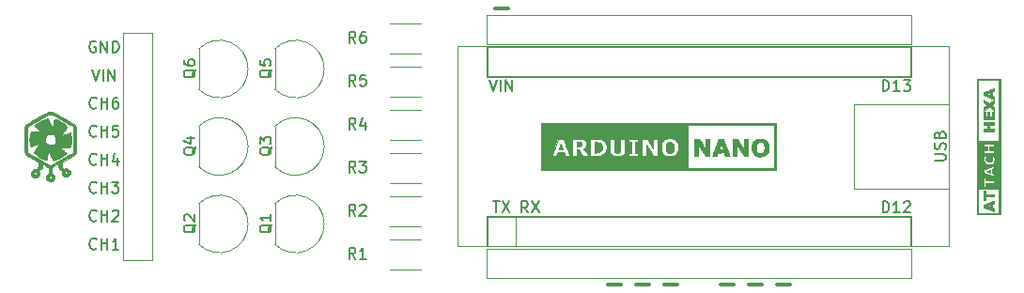
<source format=gbr>
G04 #@! TF.GenerationSoftware,KiCad,Pcbnew,5.1.5+dfsg1-2build2*
G04 #@! TF.CreationDate,2020-05-12T21:17:34+02:00*
G04 #@! TF.ProjectId,attach_hexa,61747461-6368-45f6-9865-78612e6b6963,rev?*
G04 #@! TF.SameCoordinates,Original*
G04 #@! TF.FileFunction,Legend,Top*
G04 #@! TF.FilePolarity,Positive*
%FSLAX46Y46*%
G04 Gerber Fmt 4.6, Leading zero omitted, Abs format (unit mm)*
G04 Created by KiCad (PCBNEW 5.1.5+dfsg1-2build2) date 2020-05-12 21:17:34*
%MOMM*%
%LPD*%
G04 APERTURE LIST*
%ADD10C,0.300000*%
%ADD11C,0.150000*%
%ADD12C,0.010000*%
%ADD13C,0.120000*%
%ADD14C,0.100000*%
G04 APERTURE END LIST*
D10*
X176006571Y-65651142D02*
X177149428Y-65651142D01*
X201406571Y-90533142D02*
X202549428Y-90533142D01*
X198866571Y-90533142D02*
X200009428Y-90533142D01*
X196326571Y-90533142D02*
X197469428Y-90533142D01*
X191246571Y-90533142D02*
X192389428Y-90533142D01*
X188706571Y-90533142D02*
X189849428Y-90533142D01*
X186166571Y-90533142D02*
X187309428Y-90533142D01*
D11*
X140059523Y-87281642D02*
X140011904Y-87329261D01*
X139869047Y-87376880D01*
X139773809Y-87376880D01*
X139630952Y-87329261D01*
X139535714Y-87234023D01*
X139488095Y-87138785D01*
X139440476Y-86948309D01*
X139440476Y-86805452D01*
X139488095Y-86614976D01*
X139535714Y-86519738D01*
X139630952Y-86424500D01*
X139773809Y-86376880D01*
X139869047Y-86376880D01*
X140011904Y-86424500D01*
X140059523Y-86472119D01*
X140488095Y-87376880D02*
X140488095Y-86376880D01*
X140488095Y-86853071D02*
X141059523Y-86853071D01*
X141059523Y-87376880D02*
X141059523Y-86376880D01*
X142059523Y-87376880D02*
X141488095Y-87376880D01*
X141773809Y-87376880D02*
X141773809Y-86376880D01*
X141678571Y-86519738D01*
X141583333Y-86614976D01*
X141488095Y-86662595D01*
X140059523Y-84741642D02*
X140011904Y-84789261D01*
X139869047Y-84836880D01*
X139773809Y-84836880D01*
X139630952Y-84789261D01*
X139535714Y-84694023D01*
X139488095Y-84598785D01*
X139440476Y-84408309D01*
X139440476Y-84265452D01*
X139488095Y-84074976D01*
X139535714Y-83979738D01*
X139630952Y-83884500D01*
X139773809Y-83836880D01*
X139869047Y-83836880D01*
X140011904Y-83884500D01*
X140059523Y-83932119D01*
X140488095Y-84836880D02*
X140488095Y-83836880D01*
X140488095Y-84313071D02*
X141059523Y-84313071D01*
X141059523Y-84836880D02*
X141059523Y-83836880D01*
X141488095Y-83932119D02*
X141535714Y-83884500D01*
X141630952Y-83836880D01*
X141869047Y-83836880D01*
X141964285Y-83884500D01*
X142011904Y-83932119D01*
X142059523Y-84027357D01*
X142059523Y-84122595D01*
X142011904Y-84265452D01*
X141440476Y-84836880D01*
X142059523Y-84836880D01*
X140059523Y-82201642D02*
X140011904Y-82249261D01*
X139869047Y-82296880D01*
X139773809Y-82296880D01*
X139630952Y-82249261D01*
X139535714Y-82154023D01*
X139488095Y-82058785D01*
X139440476Y-81868309D01*
X139440476Y-81725452D01*
X139488095Y-81534976D01*
X139535714Y-81439738D01*
X139630952Y-81344500D01*
X139773809Y-81296880D01*
X139869047Y-81296880D01*
X140011904Y-81344500D01*
X140059523Y-81392119D01*
X140488095Y-82296880D02*
X140488095Y-81296880D01*
X140488095Y-81773071D02*
X141059523Y-81773071D01*
X141059523Y-82296880D02*
X141059523Y-81296880D01*
X141440476Y-81296880D02*
X142059523Y-81296880D01*
X141726190Y-81677833D01*
X141869047Y-81677833D01*
X141964285Y-81725452D01*
X142011904Y-81773071D01*
X142059523Y-81868309D01*
X142059523Y-82106404D01*
X142011904Y-82201642D01*
X141964285Y-82249261D01*
X141869047Y-82296880D01*
X141583333Y-82296880D01*
X141488095Y-82249261D01*
X141440476Y-82201642D01*
X140059523Y-79661642D02*
X140011904Y-79709261D01*
X139869047Y-79756880D01*
X139773809Y-79756880D01*
X139630952Y-79709261D01*
X139535714Y-79614023D01*
X139488095Y-79518785D01*
X139440476Y-79328309D01*
X139440476Y-79185452D01*
X139488095Y-78994976D01*
X139535714Y-78899738D01*
X139630952Y-78804500D01*
X139773809Y-78756880D01*
X139869047Y-78756880D01*
X140011904Y-78804500D01*
X140059523Y-78852119D01*
X140488095Y-79756880D02*
X140488095Y-78756880D01*
X140488095Y-79233071D02*
X141059523Y-79233071D01*
X141059523Y-79756880D02*
X141059523Y-78756880D01*
X141964285Y-79090214D02*
X141964285Y-79756880D01*
X141726190Y-78709261D02*
X141488095Y-79423547D01*
X142107142Y-79423547D01*
X140059523Y-77121642D02*
X140011904Y-77169261D01*
X139869047Y-77216880D01*
X139773809Y-77216880D01*
X139630952Y-77169261D01*
X139535714Y-77074023D01*
X139488095Y-76978785D01*
X139440476Y-76788309D01*
X139440476Y-76645452D01*
X139488095Y-76454976D01*
X139535714Y-76359738D01*
X139630952Y-76264500D01*
X139773809Y-76216880D01*
X139869047Y-76216880D01*
X140011904Y-76264500D01*
X140059523Y-76312119D01*
X140488095Y-77216880D02*
X140488095Y-76216880D01*
X140488095Y-76693071D02*
X141059523Y-76693071D01*
X141059523Y-77216880D02*
X141059523Y-76216880D01*
X142011904Y-76216880D02*
X141535714Y-76216880D01*
X141488095Y-76693071D01*
X141535714Y-76645452D01*
X141630952Y-76597833D01*
X141869047Y-76597833D01*
X141964285Y-76645452D01*
X142011904Y-76693071D01*
X142059523Y-76788309D01*
X142059523Y-77026404D01*
X142011904Y-77121642D01*
X141964285Y-77169261D01*
X141869047Y-77216880D01*
X141630952Y-77216880D01*
X141535714Y-77169261D01*
X141488095Y-77121642D01*
X140059523Y-74581642D02*
X140011904Y-74629261D01*
X139869047Y-74676880D01*
X139773809Y-74676880D01*
X139630952Y-74629261D01*
X139535714Y-74534023D01*
X139488095Y-74438785D01*
X139440476Y-74248309D01*
X139440476Y-74105452D01*
X139488095Y-73914976D01*
X139535714Y-73819738D01*
X139630952Y-73724500D01*
X139773809Y-73676880D01*
X139869047Y-73676880D01*
X140011904Y-73724500D01*
X140059523Y-73772119D01*
X140488095Y-74676880D02*
X140488095Y-73676880D01*
X140488095Y-74153071D02*
X141059523Y-74153071D01*
X141059523Y-74676880D02*
X141059523Y-73676880D01*
X141964285Y-73676880D02*
X141773809Y-73676880D01*
X141678571Y-73724500D01*
X141630952Y-73772119D01*
X141535714Y-73914976D01*
X141488095Y-74105452D01*
X141488095Y-74486404D01*
X141535714Y-74581642D01*
X141583333Y-74629261D01*
X141678571Y-74676880D01*
X141869047Y-74676880D01*
X141964285Y-74629261D01*
X142011904Y-74581642D01*
X142059523Y-74486404D01*
X142059523Y-74248309D01*
X142011904Y-74153071D01*
X141964285Y-74105452D01*
X141869047Y-74057833D01*
X141678571Y-74057833D01*
X141583333Y-74105452D01*
X141535714Y-74153071D01*
X141488095Y-74248309D01*
X139654761Y-71136880D02*
X139988095Y-72136880D01*
X140321428Y-71136880D01*
X140654761Y-72136880D02*
X140654761Y-71136880D01*
X141130952Y-72136880D02*
X141130952Y-71136880D01*
X141702380Y-72136880D01*
X141702380Y-71136880D01*
X139988095Y-68644500D02*
X139892857Y-68596880D01*
X139750000Y-68596880D01*
X139607142Y-68644500D01*
X139511904Y-68739738D01*
X139464285Y-68834976D01*
X139416666Y-69025452D01*
X139416666Y-69168309D01*
X139464285Y-69358785D01*
X139511904Y-69454023D01*
X139607142Y-69549261D01*
X139750000Y-69596880D01*
X139845238Y-69596880D01*
X139988095Y-69549261D01*
X140035714Y-69501642D01*
X140035714Y-69168309D01*
X139845238Y-69168309D01*
X140464285Y-69596880D02*
X140464285Y-68596880D01*
X141035714Y-69596880D01*
X141035714Y-68596880D01*
X141511904Y-69596880D02*
X141511904Y-68596880D01*
X141750000Y-68596880D01*
X141892857Y-68644500D01*
X141988095Y-68739738D01*
X142035714Y-68834976D01*
X142083333Y-69025452D01*
X142083333Y-69168309D01*
X142035714Y-69358785D01*
X141988095Y-69454023D01*
X141892857Y-69549261D01*
X141750000Y-69596880D01*
X141511904Y-69596880D01*
D12*
G36*
X137775311Y-77727095D02*
G01*
X137742711Y-77894074D01*
X137700986Y-78048653D01*
X137661038Y-78183218D01*
X137179197Y-78171883D01*
X136697357Y-78160548D01*
X136744040Y-78200810D01*
X136787223Y-78237116D01*
X136848681Y-78287558D01*
X136922555Y-78347457D01*
X137002987Y-78412135D01*
X137084119Y-78476912D01*
X137160091Y-78537110D01*
X137225046Y-78588050D01*
X137273125Y-78625053D01*
X137297427Y-78642771D01*
X137329114Y-78667516D01*
X137341429Y-78684537D01*
X137328521Y-78705299D01*
X137293832Y-78743618D01*
X137243412Y-78793772D01*
X137183315Y-78850038D01*
X137119590Y-78906692D01*
X137058289Y-78958012D01*
X137023928Y-78984810D01*
X136897451Y-79069305D01*
X136751529Y-79150009D01*
X136602671Y-79218232D01*
X136525000Y-79247467D01*
X136466352Y-79265868D01*
X136396299Y-79285476D01*
X136323435Y-79304209D01*
X136256355Y-79319985D01*
X136203653Y-79330721D01*
X136173925Y-79334335D01*
X136170426Y-79333385D01*
X136160740Y-79317183D01*
X136137259Y-79277926D01*
X136104817Y-79223696D01*
X136100603Y-79216651D01*
X136069814Y-79163341D01*
X136026393Y-79085635D01*
X135974584Y-78991260D01*
X135918634Y-78887941D01*
X135871666Y-78800126D01*
X135818076Y-78701504D01*
X135771923Y-78620890D01*
X135735459Y-78561933D01*
X135710935Y-78528281D01*
X135700754Y-78523046D01*
X135694568Y-78550239D01*
X135684286Y-78606327D01*
X135671016Y-78684292D01*
X135655870Y-78777120D01*
X135639956Y-78877793D01*
X135624385Y-78979297D01*
X135610267Y-79074614D01*
X135598710Y-79156729D01*
X135591100Y-79216250D01*
X135583133Y-79272199D01*
X135574951Y-79310062D01*
X135569682Y-79320572D01*
X135549013Y-79316376D01*
X135502004Y-79305196D01*
X135437439Y-79289142D01*
X135412246Y-79282744D01*
X135198953Y-79211646D01*
X134985752Y-79108227D01*
X134877010Y-79042550D01*
X134806085Y-78992375D01*
X134727222Y-78929681D01*
X134647255Y-78860690D01*
X134573018Y-78791628D01*
X134511347Y-78728717D01*
X134469075Y-78678183D01*
X134458212Y-78661156D01*
X134450807Y-78644922D01*
X134447734Y-78627443D01*
X134450764Y-78605207D01*
X134461664Y-78574699D01*
X134482205Y-78532407D01*
X134514154Y-78474816D01*
X134559282Y-78398415D01*
X134619357Y-78299690D01*
X134696149Y-78175127D01*
X134732711Y-78116040D01*
X134788393Y-78025118D01*
X134836195Y-77945187D01*
X134873275Y-77881155D01*
X134896791Y-77837934D01*
X134903900Y-77820433D01*
X134903857Y-77820381D01*
X134884442Y-77823351D01*
X134836683Y-77837906D01*
X134765910Y-77862109D01*
X134677452Y-77894023D01*
X134576638Y-77931713D01*
X134468798Y-77973243D01*
X134359261Y-78016677D01*
X134321807Y-78031848D01*
X134234091Y-78065972D01*
X134174951Y-78084852D01*
X134140530Y-78089520D01*
X134128115Y-78083576D01*
X134111756Y-78043396D01*
X134093122Y-77975894D01*
X134074102Y-77889791D01*
X134056584Y-77793812D01*
X134042455Y-77696677D01*
X134040101Y-77677000D01*
X134029096Y-77566901D01*
X134024749Y-77475822D01*
X134027077Y-77387335D01*
X134036096Y-77285014D01*
X134040524Y-77245581D01*
X134071526Y-77056011D01*
X134118733Y-76889077D01*
X134130405Y-76857277D01*
X134163142Y-76771500D01*
X134641035Y-76775206D01*
X135118929Y-76778912D01*
X135055429Y-76724051D01*
X135011172Y-76686689D01*
X134948503Y-76634931D01*
X134873526Y-76573698D01*
X134792345Y-76507910D01*
X134711066Y-76442486D01*
X134635793Y-76382348D01*
X134572631Y-76332416D01*
X134527684Y-76297611D01*
X134511852Y-76285932D01*
X134467205Y-76254724D01*
X134539067Y-76179732D01*
X134717367Y-76016847D01*
X134917686Y-75875032D01*
X135131041Y-75760186D01*
X135256509Y-75708516D01*
X135321441Y-75686556D01*
X135396662Y-75663752D01*
X135474117Y-75642195D01*
X135545751Y-75623977D01*
X135603512Y-75611189D01*
X135639344Y-75605925D01*
X135646896Y-75607129D01*
X135664846Y-75636306D01*
X135696565Y-75691020D01*
X135738512Y-75764917D01*
X135787148Y-75851644D01*
X135838934Y-75944845D01*
X135890331Y-76038166D01*
X135908143Y-76070845D01*
X135908143Y-76980940D01*
X135773456Y-76997638D01*
X135654278Y-77046036D01*
X135554113Y-77123591D01*
X135476469Y-77227759D01*
X135434159Y-77324740D01*
X135423506Y-77389358D01*
X135423361Y-77473987D01*
X135432416Y-77564332D01*
X135449358Y-77646097D01*
X135468256Y-77696786D01*
X135543458Y-77804839D01*
X135641539Y-77886056D01*
X135758649Y-77938142D01*
X135890941Y-77958802D01*
X135908143Y-77959060D01*
X136041547Y-77942604D01*
X136159052Y-77895648D01*
X136257035Y-77821813D01*
X136331873Y-77724718D01*
X136379943Y-77607984D01*
X136397622Y-77475229D01*
X136397645Y-77470000D01*
X136381174Y-77336717D01*
X136334176Y-77219318D01*
X136260274Y-77121423D01*
X136163091Y-77046653D01*
X136046251Y-76998626D01*
X135913376Y-76980964D01*
X135908143Y-76980940D01*
X135908143Y-76070845D01*
X135937798Y-76125253D01*
X135977797Y-76199752D01*
X135992036Y-76226749D01*
X136037422Y-76310401D01*
X136074530Y-76372661D01*
X136101021Y-76409913D01*
X136114556Y-76418541D01*
X136115287Y-76417249D01*
X136123258Y-76384841D01*
X136135184Y-76323739D01*
X136149871Y-76241164D01*
X136166120Y-76144340D01*
X136182735Y-76040490D01*
X136198520Y-75936835D01*
X136212276Y-75840601D01*
X136218175Y-75796322D01*
X136229063Y-75721416D01*
X136240004Y-75662228D01*
X136249439Y-75626465D01*
X136253963Y-75619429D01*
X136276076Y-75624147D01*
X136324495Y-75636790D01*
X136390700Y-75655094D01*
X136427720Y-75665634D01*
X136669547Y-75753516D01*
X136897808Y-75873189D01*
X137107831Y-76021689D01*
X137294943Y-76196054D01*
X137336277Y-76241829D01*
X137394625Y-76308717D01*
X137265836Y-76529221D01*
X137205671Y-76631232D01*
X137138963Y-76742730D01*
X137074124Y-76849736D01*
X137022935Y-76932869D01*
X136979064Y-77004317D01*
X136943882Y-77063602D01*
X136920959Y-77104566D01*
X136913863Y-77121054D01*
X136913871Y-77121062D01*
X136933176Y-77117968D01*
X136980810Y-77103251D01*
X137051448Y-77078847D01*
X137139763Y-77046691D01*
X137240427Y-77008721D01*
X137348115Y-76966872D01*
X137449183Y-76926461D01*
X137546865Y-76887959D01*
X137615788Y-76863707D01*
X137660040Y-76852533D01*
X137683706Y-76853263D01*
X137689036Y-76857627D01*
X137706768Y-76900676D01*
X137726044Y-76971454D01*
X137745310Y-77061537D01*
X137763014Y-77162501D01*
X137777603Y-77265921D01*
X137787524Y-77363374D01*
X137790215Y-77406500D01*
X137790599Y-77568505D01*
X137775311Y-77727095D01*
G37*
X137775311Y-77727095D02*
X137742711Y-77894074D01*
X137700986Y-78048653D01*
X137661038Y-78183218D01*
X137179197Y-78171883D01*
X136697357Y-78160548D01*
X136744040Y-78200810D01*
X136787223Y-78237116D01*
X136848681Y-78287558D01*
X136922555Y-78347457D01*
X137002987Y-78412135D01*
X137084119Y-78476912D01*
X137160091Y-78537110D01*
X137225046Y-78588050D01*
X137273125Y-78625053D01*
X137297427Y-78642771D01*
X137329114Y-78667516D01*
X137341429Y-78684537D01*
X137328521Y-78705299D01*
X137293832Y-78743618D01*
X137243412Y-78793772D01*
X137183315Y-78850038D01*
X137119590Y-78906692D01*
X137058289Y-78958012D01*
X137023928Y-78984810D01*
X136897451Y-79069305D01*
X136751529Y-79150009D01*
X136602671Y-79218232D01*
X136525000Y-79247467D01*
X136466352Y-79265868D01*
X136396299Y-79285476D01*
X136323435Y-79304209D01*
X136256355Y-79319985D01*
X136203653Y-79330721D01*
X136173925Y-79334335D01*
X136170426Y-79333385D01*
X136160740Y-79317183D01*
X136137259Y-79277926D01*
X136104817Y-79223696D01*
X136100603Y-79216651D01*
X136069814Y-79163341D01*
X136026393Y-79085635D01*
X135974584Y-78991260D01*
X135918634Y-78887941D01*
X135871666Y-78800126D01*
X135818076Y-78701504D01*
X135771923Y-78620890D01*
X135735459Y-78561933D01*
X135710935Y-78528281D01*
X135700754Y-78523046D01*
X135694568Y-78550239D01*
X135684286Y-78606327D01*
X135671016Y-78684292D01*
X135655870Y-78777120D01*
X135639956Y-78877793D01*
X135624385Y-78979297D01*
X135610267Y-79074614D01*
X135598710Y-79156729D01*
X135591100Y-79216250D01*
X135583133Y-79272199D01*
X135574951Y-79310062D01*
X135569682Y-79320572D01*
X135549013Y-79316376D01*
X135502004Y-79305196D01*
X135437439Y-79289142D01*
X135412246Y-79282744D01*
X135198953Y-79211646D01*
X134985752Y-79108227D01*
X134877010Y-79042550D01*
X134806085Y-78992375D01*
X134727222Y-78929681D01*
X134647255Y-78860690D01*
X134573018Y-78791628D01*
X134511347Y-78728717D01*
X134469075Y-78678183D01*
X134458212Y-78661156D01*
X134450807Y-78644922D01*
X134447734Y-78627443D01*
X134450764Y-78605207D01*
X134461664Y-78574699D01*
X134482205Y-78532407D01*
X134514154Y-78474816D01*
X134559282Y-78398415D01*
X134619357Y-78299690D01*
X134696149Y-78175127D01*
X134732711Y-78116040D01*
X134788393Y-78025118D01*
X134836195Y-77945187D01*
X134873275Y-77881155D01*
X134896791Y-77837934D01*
X134903900Y-77820433D01*
X134903857Y-77820381D01*
X134884442Y-77823351D01*
X134836683Y-77837906D01*
X134765910Y-77862109D01*
X134677452Y-77894023D01*
X134576638Y-77931713D01*
X134468798Y-77973243D01*
X134359261Y-78016677D01*
X134321807Y-78031848D01*
X134234091Y-78065972D01*
X134174951Y-78084852D01*
X134140530Y-78089520D01*
X134128115Y-78083576D01*
X134111756Y-78043396D01*
X134093122Y-77975894D01*
X134074102Y-77889791D01*
X134056584Y-77793812D01*
X134042455Y-77696677D01*
X134040101Y-77677000D01*
X134029096Y-77566901D01*
X134024749Y-77475822D01*
X134027077Y-77387335D01*
X134036096Y-77285014D01*
X134040524Y-77245581D01*
X134071526Y-77056011D01*
X134118733Y-76889077D01*
X134130405Y-76857277D01*
X134163142Y-76771500D01*
X134641035Y-76775206D01*
X135118929Y-76778912D01*
X135055429Y-76724051D01*
X135011172Y-76686689D01*
X134948503Y-76634931D01*
X134873526Y-76573698D01*
X134792345Y-76507910D01*
X134711066Y-76442486D01*
X134635793Y-76382348D01*
X134572631Y-76332416D01*
X134527684Y-76297611D01*
X134511852Y-76285932D01*
X134467205Y-76254724D01*
X134539067Y-76179732D01*
X134717367Y-76016847D01*
X134917686Y-75875032D01*
X135131041Y-75760186D01*
X135256509Y-75708516D01*
X135321441Y-75686556D01*
X135396662Y-75663752D01*
X135474117Y-75642195D01*
X135545751Y-75623977D01*
X135603512Y-75611189D01*
X135639344Y-75605925D01*
X135646896Y-75607129D01*
X135664846Y-75636306D01*
X135696565Y-75691020D01*
X135738512Y-75764917D01*
X135787148Y-75851644D01*
X135838934Y-75944845D01*
X135890331Y-76038166D01*
X135908143Y-76070845D01*
X135908143Y-76980940D01*
X135773456Y-76997638D01*
X135654278Y-77046036D01*
X135554113Y-77123591D01*
X135476469Y-77227759D01*
X135434159Y-77324740D01*
X135423506Y-77389358D01*
X135423361Y-77473987D01*
X135432416Y-77564332D01*
X135449358Y-77646097D01*
X135468256Y-77696786D01*
X135543458Y-77804839D01*
X135641539Y-77886056D01*
X135758649Y-77938142D01*
X135890941Y-77958802D01*
X135908143Y-77959060D01*
X136041547Y-77942604D01*
X136159052Y-77895648D01*
X136257035Y-77821813D01*
X136331873Y-77724718D01*
X136379943Y-77607984D01*
X136397622Y-77475229D01*
X136397645Y-77470000D01*
X136381174Y-77336717D01*
X136334176Y-77219318D01*
X136260274Y-77121423D01*
X136163091Y-77046653D01*
X136046251Y-76998626D01*
X135913376Y-76980964D01*
X135908143Y-76980940D01*
X135908143Y-76070845D01*
X135937798Y-76125253D01*
X135977797Y-76199752D01*
X135992036Y-76226749D01*
X136037422Y-76310401D01*
X136074530Y-76372661D01*
X136101021Y-76409913D01*
X136114556Y-76418541D01*
X136115287Y-76417249D01*
X136123258Y-76384841D01*
X136135184Y-76323739D01*
X136149871Y-76241164D01*
X136166120Y-76144340D01*
X136182735Y-76040490D01*
X136198520Y-75936835D01*
X136212276Y-75840601D01*
X136218175Y-75796322D01*
X136229063Y-75721416D01*
X136240004Y-75662228D01*
X136249439Y-75626465D01*
X136253963Y-75619429D01*
X136276076Y-75624147D01*
X136324495Y-75636790D01*
X136390700Y-75655094D01*
X136427720Y-75665634D01*
X136669547Y-75753516D01*
X136897808Y-75873189D01*
X137107831Y-76021689D01*
X137294943Y-76196054D01*
X137336277Y-76241829D01*
X137394625Y-76308717D01*
X137265836Y-76529221D01*
X137205671Y-76631232D01*
X137138963Y-76742730D01*
X137074124Y-76849736D01*
X137022935Y-76932869D01*
X136979064Y-77004317D01*
X136943882Y-77063602D01*
X136920959Y-77104566D01*
X136913863Y-77121054D01*
X136913871Y-77121062D01*
X136933176Y-77117968D01*
X136980810Y-77103251D01*
X137051448Y-77078847D01*
X137139763Y-77046691D01*
X137240427Y-77008721D01*
X137348115Y-76966872D01*
X137449183Y-76926461D01*
X137546865Y-76887959D01*
X137615788Y-76863707D01*
X137660040Y-76852533D01*
X137683706Y-76853263D01*
X137689036Y-76857627D01*
X137706768Y-76900676D01*
X137726044Y-76971454D01*
X137745310Y-77061537D01*
X137763014Y-77162501D01*
X137777603Y-77265921D01*
X137787524Y-77363374D01*
X137790215Y-77406500D01*
X137790599Y-77568505D01*
X137775311Y-77727095D01*
G36*
X138171905Y-78742479D02*
G01*
X138154073Y-78770872D01*
X138133830Y-78797325D01*
X138108071Y-78823870D01*
X138073694Y-78852542D01*
X138027595Y-78885375D01*
X137966670Y-78924401D01*
X137887817Y-78971656D01*
X137787931Y-79029171D01*
X137663910Y-79098982D01*
X137512649Y-79183122D01*
X137427607Y-79230220D01*
X136924143Y-79508817D01*
X136924143Y-79988808D01*
X136992178Y-80041717D01*
X137047011Y-80083086D01*
X137085485Y-80104825D01*
X137119711Y-80109802D01*
X137161797Y-80100887D01*
X137196016Y-80090011D01*
X137300985Y-80071400D01*
X137300985Y-80339778D01*
X137249383Y-80361234D01*
X137211006Y-80401257D01*
X137196286Y-80454500D01*
X137208904Y-80501430D01*
X137232571Y-80536143D01*
X137285374Y-80566428D01*
X137345767Y-80568647D01*
X137398964Y-80542403D01*
X137425451Y-80496788D01*
X137430096Y-80438458D01*
X137412601Y-80383898D01*
X137402117Y-80369750D01*
X137355375Y-80341184D01*
X137300985Y-80339778D01*
X137300985Y-80071400D01*
X137306799Y-80070369D01*
X137410748Y-80082274D01*
X137504169Y-80121122D01*
X137583366Y-80182312D01*
X137644646Y-80261240D01*
X137684312Y-80353304D01*
X137698670Y-80453900D01*
X137684025Y-80558426D01*
X137644774Y-80649054D01*
X137571898Y-80740391D01*
X137479153Y-80801704D01*
X137368811Y-80831718D01*
X137314214Y-80834674D01*
X137211361Y-80824181D01*
X137127351Y-80790690D01*
X137049380Y-80728955D01*
X137044545Y-80724169D01*
X136983541Y-80650134D01*
X136948418Y-80570924D01*
X136934155Y-80474021D01*
X136933279Y-80446832D01*
X136931433Y-80330308D01*
X136661071Y-80123890D01*
X136652000Y-79895746D01*
X136642929Y-79667601D01*
X136036171Y-80000929D01*
X136035796Y-80254929D01*
X136035422Y-80508929D01*
X136107179Y-80549903D01*
X136187168Y-80615216D01*
X136243763Y-80702003D01*
X136275136Y-80802556D01*
X136279460Y-80909167D01*
X136254908Y-81014130D01*
X136229631Y-81066339D01*
X136159303Y-81154993D01*
X136073250Y-81215256D01*
X135977228Y-81247984D01*
X135876994Y-81254030D01*
X135778304Y-81234247D01*
X135686916Y-81189489D01*
X135608586Y-81120609D01*
X135549072Y-81028462D01*
X135524637Y-80961809D01*
X135514066Y-80859084D01*
X135534624Y-80755086D01*
X135582632Y-80658788D01*
X135654409Y-80579167D01*
X135692802Y-80551589D01*
X135762024Y-80508929D01*
X135762512Y-80249944D01*
X135762475Y-80148224D01*
X135761340Y-80076891D01*
X135758241Y-80030048D01*
X135752314Y-80001795D01*
X135742695Y-79986235D01*
X135728518Y-79977470D01*
X135722178Y-79974860D01*
X135692955Y-79960824D01*
X135638427Y-79932377D01*
X135564912Y-79892901D01*
X135478732Y-79845776D01*
X135418286Y-79812294D01*
X135155214Y-79665826D01*
X135144774Y-80014516D01*
X135010541Y-80172733D01*
X134876307Y-80330949D01*
X134904035Y-80410868D01*
X134924560Y-80518291D01*
X134913498Y-80619840D01*
X134875482Y-80711823D01*
X134815147Y-80790542D01*
X134737124Y-80852303D01*
X134646048Y-80893412D01*
X134546552Y-80910172D01*
X134443270Y-80898890D01*
X134343804Y-80857631D01*
X134255937Y-80787172D01*
X134195442Y-80699309D01*
X134162318Y-80600461D01*
X134156566Y-80497044D01*
X134178184Y-80395476D01*
X134227174Y-80302177D01*
X134303536Y-80223562D01*
X134343804Y-80196447D01*
X134398369Y-80168084D01*
X134449306Y-80153003D01*
X134512253Y-80147601D01*
X134538357Y-80147505D01*
X134538357Y-80409143D01*
X134484294Y-80425309D01*
X134441163Y-80465920D01*
X134420791Y-80519148D01*
X134420429Y-80527072D01*
X134433047Y-80574001D01*
X134456714Y-80608714D01*
X134507744Y-80638281D01*
X134563350Y-80639115D01*
X134613296Y-80615405D01*
X134647342Y-80571341D01*
X134656286Y-80527072D01*
X134640120Y-80473009D01*
X134599508Y-80429877D01*
X134546280Y-80409506D01*
X134538357Y-80409143D01*
X134538357Y-80147505D01*
X134556500Y-80147438D01*
X134683500Y-80148803D01*
X134778750Y-80035299D01*
X134874000Y-79921794D01*
X134874000Y-79509477D01*
X134325179Y-79203778D01*
X134193591Y-79130144D01*
X134069936Y-79060306D01*
X133958361Y-78996655D01*
X133863010Y-78941580D01*
X133788028Y-78897471D01*
X133737562Y-78866720D01*
X133718306Y-78853869D01*
X133674985Y-78810179D01*
X133632986Y-78751179D01*
X133618520Y-78724936D01*
X133576786Y-78640214D01*
X133573143Y-77515357D01*
X133572527Y-77267365D01*
X133572423Y-77053433D01*
X133572866Y-76871337D01*
X133573892Y-76718856D01*
X133575534Y-76593767D01*
X133577829Y-76493846D01*
X133580811Y-76416871D01*
X133584515Y-76360620D01*
X133588977Y-76322869D01*
X133592147Y-76307747D01*
X133626342Y-76217785D01*
X133678293Y-76144295D01*
X133754922Y-76079047D01*
X133818318Y-76038857D01*
X133881467Y-76002550D01*
X133968034Y-75953511D01*
X134074599Y-75893625D01*
X134197747Y-75824776D01*
X134334058Y-75748849D01*
X134480115Y-75667731D01*
X134632502Y-75583304D01*
X134787800Y-75497455D01*
X134942591Y-75412069D01*
X135093459Y-75329030D01*
X135236985Y-75250223D01*
X135369752Y-75177533D01*
X135488342Y-75112846D01*
X135589338Y-75058046D01*
X135669322Y-75015018D01*
X135724876Y-74985648D01*
X135752584Y-74971819D01*
X135753928Y-74971274D01*
X135835257Y-74946101D01*
X135899071Y-74939689D01*
X135899071Y-75175626D01*
X135879704Y-75177981D01*
X135852983Y-75185704D01*
X135816521Y-75200042D01*
X135767933Y-75222240D01*
X135704831Y-75253542D01*
X135624830Y-75295196D01*
X135525543Y-75348445D01*
X135404583Y-75414535D01*
X135259565Y-75494712D01*
X135088102Y-75590221D01*
X134887808Y-75702308D01*
X134860420Y-75717661D01*
X134687023Y-75815202D01*
X134522135Y-75908577D01*
X134368648Y-75996107D01*
X134229455Y-76076113D01*
X134107449Y-76146916D01*
X134005522Y-76206837D01*
X133926568Y-76254198D01*
X133873477Y-76287319D01*
X133849144Y-76304522D01*
X133848956Y-76304707D01*
X133803571Y-76350091D01*
X133803975Y-77477010D01*
X133804116Y-77708261D01*
X133804411Y-77905960D01*
X133804935Y-78072840D01*
X133805761Y-78211633D01*
X133806964Y-78325074D01*
X133808618Y-78415894D01*
X133810798Y-78486828D01*
X133813578Y-78540608D01*
X133817033Y-78579968D01*
X133821236Y-78607640D01*
X133826262Y-78626358D01*
X133832186Y-78638856D01*
X133835725Y-78643903D01*
X133856800Y-78659688D01*
X133906778Y-78691449D01*
X133982840Y-78737544D01*
X134082170Y-78796332D01*
X134201947Y-78866169D01*
X134339355Y-78945415D01*
X134491574Y-79032426D01*
X134655788Y-79125561D01*
X134829176Y-79223177D01*
X134846786Y-79233052D01*
X135052348Y-79348113D01*
X135228757Y-79446440D01*
X135378382Y-79529269D01*
X135503590Y-79597838D01*
X135606751Y-79653384D01*
X135690234Y-79697143D01*
X135756408Y-79730353D01*
X135807641Y-79754251D01*
X135846303Y-79770074D01*
X135874762Y-79779059D01*
X135885842Y-79780876D01*
X135885842Y-80757063D01*
X135834240Y-80778520D01*
X135795863Y-80818543D01*
X135781143Y-80871786D01*
X135793761Y-80918715D01*
X135817428Y-80953429D01*
X135870231Y-80983714D01*
X135930624Y-80985933D01*
X135983821Y-80959688D01*
X136010308Y-80914074D01*
X136014953Y-80855744D01*
X135997458Y-80801184D01*
X135986974Y-80787036D01*
X135940232Y-80758470D01*
X135885842Y-80757063D01*
X135885842Y-79780876D01*
X135895388Y-79782443D01*
X135899071Y-79782558D01*
X135918235Y-79780491D01*
X135944297Y-79773304D01*
X135979678Y-79759742D01*
X136026795Y-79738550D01*
X136088068Y-79708476D01*
X136165916Y-79668264D01*
X136262757Y-79616661D01*
X136381010Y-79552413D01*
X136523095Y-79474265D01*
X136691430Y-79380963D01*
X136888433Y-79271253D01*
X136930400Y-79247838D01*
X137103486Y-79150940D01*
X137268259Y-79058110D01*
X137421780Y-78971040D01*
X137561112Y-78891426D01*
X137683317Y-78820961D01*
X137785456Y-78761338D01*
X137864591Y-78714253D01*
X137917784Y-78681399D01*
X137941865Y-78664685D01*
X137994571Y-78616585D01*
X137994571Y-76341558D01*
X137941865Y-76293458D01*
X137916792Y-76276109D01*
X137862913Y-76242877D01*
X137783166Y-76195458D01*
X137680489Y-76135543D01*
X137557819Y-76064828D01*
X137418096Y-75985006D01*
X137264257Y-75897772D01*
X137099240Y-75804818D01*
X136930400Y-75710305D01*
X136727558Y-75597268D01*
X136553856Y-75500882D01*
X136406874Y-75419892D01*
X136284192Y-75353045D01*
X136183389Y-75299084D01*
X136102046Y-75256756D01*
X136037743Y-75224806D01*
X135988060Y-75201979D01*
X135950576Y-75187020D01*
X135922871Y-75178676D01*
X135902526Y-75175690D01*
X135899071Y-75175626D01*
X135899071Y-74939689D01*
X135903045Y-74939289D01*
X135974287Y-74949595D01*
X135991635Y-74953912D01*
X136020134Y-74965937D01*
X136076876Y-74993838D01*
X136158450Y-75035750D01*
X136261446Y-75089809D01*
X136382453Y-75154148D01*
X136518062Y-75226904D01*
X136664860Y-75306211D01*
X136819440Y-75390203D01*
X136978389Y-75477017D01*
X137138297Y-75564786D01*
X137295755Y-75651646D01*
X137447352Y-75735732D01*
X137589677Y-75815179D01*
X137719320Y-75888121D01*
X137832871Y-75952694D01*
X137926920Y-76007033D01*
X137998055Y-76049272D01*
X138024887Y-76065853D01*
X138118095Y-76143117D01*
X138170030Y-76212464D01*
X138221357Y-76299786D01*
X138221357Y-78658357D01*
X138171905Y-78742479D01*
G37*
X138171905Y-78742479D02*
X138154073Y-78770872D01*
X138133830Y-78797325D01*
X138108071Y-78823870D01*
X138073694Y-78852542D01*
X138027595Y-78885375D01*
X137966670Y-78924401D01*
X137887817Y-78971656D01*
X137787931Y-79029171D01*
X137663910Y-79098982D01*
X137512649Y-79183122D01*
X137427607Y-79230220D01*
X136924143Y-79508817D01*
X136924143Y-79988808D01*
X136992178Y-80041717D01*
X137047011Y-80083086D01*
X137085485Y-80104825D01*
X137119711Y-80109802D01*
X137161797Y-80100887D01*
X137196016Y-80090011D01*
X137300985Y-80071400D01*
X137300985Y-80339778D01*
X137249383Y-80361234D01*
X137211006Y-80401257D01*
X137196286Y-80454500D01*
X137208904Y-80501430D01*
X137232571Y-80536143D01*
X137285374Y-80566428D01*
X137345767Y-80568647D01*
X137398964Y-80542403D01*
X137425451Y-80496788D01*
X137430096Y-80438458D01*
X137412601Y-80383898D01*
X137402117Y-80369750D01*
X137355375Y-80341184D01*
X137300985Y-80339778D01*
X137300985Y-80071400D01*
X137306799Y-80070369D01*
X137410748Y-80082274D01*
X137504169Y-80121122D01*
X137583366Y-80182312D01*
X137644646Y-80261240D01*
X137684312Y-80353304D01*
X137698670Y-80453900D01*
X137684025Y-80558426D01*
X137644774Y-80649054D01*
X137571898Y-80740391D01*
X137479153Y-80801704D01*
X137368811Y-80831718D01*
X137314214Y-80834674D01*
X137211361Y-80824181D01*
X137127351Y-80790690D01*
X137049380Y-80728955D01*
X137044545Y-80724169D01*
X136983541Y-80650134D01*
X136948418Y-80570924D01*
X136934155Y-80474021D01*
X136933279Y-80446832D01*
X136931433Y-80330308D01*
X136661071Y-80123890D01*
X136652000Y-79895746D01*
X136642929Y-79667601D01*
X136036171Y-80000929D01*
X136035796Y-80254929D01*
X136035422Y-80508929D01*
X136107179Y-80549903D01*
X136187168Y-80615216D01*
X136243763Y-80702003D01*
X136275136Y-80802556D01*
X136279460Y-80909167D01*
X136254908Y-81014130D01*
X136229631Y-81066339D01*
X136159303Y-81154993D01*
X136073250Y-81215256D01*
X135977228Y-81247984D01*
X135876994Y-81254030D01*
X135778304Y-81234247D01*
X135686916Y-81189489D01*
X135608586Y-81120609D01*
X135549072Y-81028462D01*
X135524637Y-80961809D01*
X135514066Y-80859084D01*
X135534624Y-80755086D01*
X135582632Y-80658788D01*
X135654409Y-80579167D01*
X135692802Y-80551589D01*
X135762024Y-80508929D01*
X135762512Y-80249944D01*
X135762475Y-80148224D01*
X135761340Y-80076891D01*
X135758241Y-80030048D01*
X135752314Y-80001795D01*
X135742695Y-79986235D01*
X135728518Y-79977470D01*
X135722178Y-79974860D01*
X135692955Y-79960824D01*
X135638427Y-79932377D01*
X135564912Y-79892901D01*
X135478732Y-79845776D01*
X135418286Y-79812294D01*
X135155214Y-79665826D01*
X135144774Y-80014516D01*
X135010541Y-80172733D01*
X134876307Y-80330949D01*
X134904035Y-80410868D01*
X134924560Y-80518291D01*
X134913498Y-80619840D01*
X134875482Y-80711823D01*
X134815147Y-80790542D01*
X134737124Y-80852303D01*
X134646048Y-80893412D01*
X134546552Y-80910172D01*
X134443270Y-80898890D01*
X134343804Y-80857631D01*
X134255937Y-80787172D01*
X134195442Y-80699309D01*
X134162318Y-80600461D01*
X134156566Y-80497044D01*
X134178184Y-80395476D01*
X134227174Y-80302177D01*
X134303536Y-80223562D01*
X134343804Y-80196447D01*
X134398369Y-80168084D01*
X134449306Y-80153003D01*
X134512253Y-80147601D01*
X134538357Y-80147505D01*
X134538357Y-80409143D01*
X134484294Y-80425309D01*
X134441163Y-80465920D01*
X134420791Y-80519148D01*
X134420429Y-80527072D01*
X134433047Y-80574001D01*
X134456714Y-80608714D01*
X134507744Y-80638281D01*
X134563350Y-80639115D01*
X134613296Y-80615405D01*
X134647342Y-80571341D01*
X134656286Y-80527072D01*
X134640120Y-80473009D01*
X134599508Y-80429877D01*
X134546280Y-80409506D01*
X134538357Y-80409143D01*
X134538357Y-80147505D01*
X134556500Y-80147438D01*
X134683500Y-80148803D01*
X134778750Y-80035299D01*
X134874000Y-79921794D01*
X134874000Y-79509477D01*
X134325179Y-79203778D01*
X134193591Y-79130144D01*
X134069936Y-79060306D01*
X133958361Y-78996655D01*
X133863010Y-78941580D01*
X133788028Y-78897471D01*
X133737562Y-78866720D01*
X133718306Y-78853869D01*
X133674985Y-78810179D01*
X133632986Y-78751179D01*
X133618520Y-78724936D01*
X133576786Y-78640214D01*
X133573143Y-77515357D01*
X133572527Y-77267365D01*
X133572423Y-77053433D01*
X133572866Y-76871337D01*
X133573892Y-76718856D01*
X133575534Y-76593767D01*
X133577829Y-76493846D01*
X133580811Y-76416871D01*
X133584515Y-76360620D01*
X133588977Y-76322869D01*
X133592147Y-76307747D01*
X133626342Y-76217785D01*
X133678293Y-76144295D01*
X133754922Y-76079047D01*
X133818318Y-76038857D01*
X133881467Y-76002550D01*
X133968034Y-75953511D01*
X134074599Y-75893625D01*
X134197747Y-75824776D01*
X134334058Y-75748849D01*
X134480115Y-75667731D01*
X134632502Y-75583304D01*
X134787800Y-75497455D01*
X134942591Y-75412069D01*
X135093459Y-75329030D01*
X135236985Y-75250223D01*
X135369752Y-75177533D01*
X135488342Y-75112846D01*
X135589338Y-75058046D01*
X135669322Y-75015018D01*
X135724876Y-74985648D01*
X135752584Y-74971819D01*
X135753928Y-74971274D01*
X135835257Y-74946101D01*
X135899071Y-74939689D01*
X135899071Y-75175626D01*
X135879704Y-75177981D01*
X135852983Y-75185704D01*
X135816521Y-75200042D01*
X135767933Y-75222240D01*
X135704831Y-75253542D01*
X135624830Y-75295196D01*
X135525543Y-75348445D01*
X135404583Y-75414535D01*
X135259565Y-75494712D01*
X135088102Y-75590221D01*
X134887808Y-75702308D01*
X134860420Y-75717661D01*
X134687023Y-75815202D01*
X134522135Y-75908577D01*
X134368648Y-75996107D01*
X134229455Y-76076113D01*
X134107449Y-76146916D01*
X134005522Y-76206837D01*
X133926568Y-76254198D01*
X133873477Y-76287319D01*
X133849144Y-76304522D01*
X133848956Y-76304707D01*
X133803571Y-76350091D01*
X133803975Y-77477010D01*
X133804116Y-77708261D01*
X133804411Y-77905960D01*
X133804935Y-78072840D01*
X133805761Y-78211633D01*
X133806964Y-78325074D01*
X133808618Y-78415894D01*
X133810798Y-78486828D01*
X133813578Y-78540608D01*
X133817033Y-78579968D01*
X133821236Y-78607640D01*
X133826262Y-78626358D01*
X133832186Y-78638856D01*
X133835725Y-78643903D01*
X133856800Y-78659688D01*
X133906778Y-78691449D01*
X133982840Y-78737544D01*
X134082170Y-78796332D01*
X134201947Y-78866169D01*
X134339355Y-78945415D01*
X134491574Y-79032426D01*
X134655788Y-79125561D01*
X134829176Y-79223177D01*
X134846786Y-79233052D01*
X135052348Y-79348113D01*
X135228757Y-79446440D01*
X135378382Y-79529269D01*
X135503590Y-79597838D01*
X135606751Y-79653384D01*
X135690234Y-79697143D01*
X135756408Y-79730353D01*
X135807641Y-79754251D01*
X135846303Y-79770074D01*
X135874762Y-79779059D01*
X135885842Y-79780876D01*
X135885842Y-80757063D01*
X135834240Y-80778520D01*
X135795863Y-80818543D01*
X135781143Y-80871786D01*
X135793761Y-80918715D01*
X135817428Y-80953429D01*
X135870231Y-80983714D01*
X135930624Y-80985933D01*
X135983821Y-80959688D01*
X136010308Y-80914074D01*
X136014953Y-80855744D01*
X135997458Y-80801184D01*
X135986974Y-80787036D01*
X135940232Y-80758470D01*
X135885842Y-80757063D01*
X135885842Y-79780876D01*
X135895388Y-79782443D01*
X135899071Y-79782558D01*
X135918235Y-79780491D01*
X135944297Y-79773304D01*
X135979678Y-79759742D01*
X136026795Y-79738550D01*
X136088068Y-79708476D01*
X136165916Y-79668264D01*
X136262757Y-79616661D01*
X136381010Y-79552413D01*
X136523095Y-79474265D01*
X136691430Y-79380963D01*
X136888433Y-79271253D01*
X136930400Y-79247838D01*
X137103486Y-79150940D01*
X137268259Y-79058110D01*
X137421780Y-78971040D01*
X137561112Y-78891426D01*
X137683317Y-78820961D01*
X137785456Y-78761338D01*
X137864591Y-78714253D01*
X137917784Y-78681399D01*
X137941865Y-78664685D01*
X137994571Y-78616585D01*
X137994571Y-76341558D01*
X137941865Y-76293458D01*
X137916792Y-76276109D01*
X137862913Y-76242877D01*
X137783166Y-76195458D01*
X137680489Y-76135543D01*
X137557819Y-76064828D01*
X137418096Y-75985006D01*
X137264257Y-75897772D01*
X137099240Y-75804818D01*
X136930400Y-75710305D01*
X136727558Y-75597268D01*
X136553856Y-75500882D01*
X136406874Y-75419892D01*
X136284192Y-75353045D01*
X136183389Y-75299084D01*
X136102046Y-75256756D01*
X136037743Y-75224806D01*
X135988060Y-75201979D01*
X135950576Y-75187020D01*
X135922871Y-75178676D01*
X135902526Y-75175690D01*
X135899071Y-75175626D01*
X135899071Y-74939689D01*
X135903045Y-74939289D01*
X135974287Y-74949595D01*
X135991635Y-74953912D01*
X136020134Y-74965937D01*
X136076876Y-74993838D01*
X136158450Y-75035750D01*
X136261446Y-75089809D01*
X136382453Y-75154148D01*
X136518062Y-75226904D01*
X136664860Y-75306211D01*
X136819440Y-75390203D01*
X136978389Y-75477017D01*
X137138297Y-75564786D01*
X137295755Y-75651646D01*
X137447352Y-75735732D01*
X137589677Y-75815179D01*
X137719320Y-75888121D01*
X137832871Y-75952694D01*
X137926920Y-76007033D01*
X137998055Y-76049272D01*
X138024887Y-76065853D01*
X138118095Y-76143117D01*
X138170030Y-76212464D01*
X138221357Y-76299786D01*
X138221357Y-78658357D01*
X138171905Y-78742479D01*
D13*
X172638000Y-69075000D02*
X172638000Y-87115000D01*
X216875100Y-69075000D02*
X172638000Y-69075000D01*
X216878000Y-87115000D02*
X216878000Y-69078000D01*
D14*
X216882720Y-81905000D02*
X208328000Y-81905000D01*
X208328000Y-74285000D02*
X216885260Y-74285000D01*
X208328000Y-81905000D02*
X208328000Y-74285000D01*
D13*
X213408000Y-84445000D02*
X213408000Y-87115000D01*
X177848000Y-84445000D02*
X213408000Y-84445000D01*
X177848000Y-84445000D02*
X177848000Y-87115000D01*
X213408000Y-71745000D02*
X213408000Y-69075000D01*
X175308000Y-71745000D02*
X213408000Y-71745000D01*
X175308000Y-71745000D02*
X175308000Y-69075000D01*
X172638000Y-87115000D02*
X175308000Y-87115000D01*
X177848000Y-87115000D02*
X216875100Y-87115000D01*
X175308000Y-84445000D02*
X175308000Y-87115000D01*
X177848000Y-84445000D02*
X175308000Y-84445000D01*
D12*
G36*
X220407414Y-80286906D02*
G01*
X220498883Y-80252619D01*
X220558566Y-80232583D01*
X220593203Y-80228112D01*
X220609537Y-80240521D01*
X220614306Y-80271125D01*
X220614251Y-80321237D01*
X220614240Y-80327240D01*
X220614240Y-80438938D01*
X220453134Y-80384489D01*
X220292029Y-80330040D01*
X220407414Y-80286906D01*
G37*
X220407414Y-80286906D02*
X220498883Y-80252619D01*
X220558566Y-80232583D01*
X220593203Y-80228112D01*
X220609537Y-80240521D01*
X220614306Y-80271125D01*
X220614251Y-80321237D01*
X220614240Y-80327240D01*
X220614240Y-80438938D01*
X220453134Y-80384489D01*
X220292029Y-80330040D01*
X220407414Y-80286906D01*
G36*
X220024960Y-73216063D02*
G01*
X220284040Y-73121898D01*
X220406691Y-73077246D01*
X220541197Y-73028157D01*
X220670026Y-72981037D01*
X220762476Y-72947131D01*
X220981833Y-72866529D01*
X220975836Y-72988849D01*
X220969840Y-73111169D01*
X220878400Y-73144863D01*
X220786960Y-73178558D01*
X220786960Y-73541147D01*
X220883480Y-73571121D01*
X220980000Y-73601096D01*
X220980000Y-73719448D01*
X220978695Y-73782692D01*
X220975312Y-73825635D01*
X220971625Y-73837800D01*
X220950867Y-73831047D01*
X220897852Y-73812210D01*
X220818393Y-73783427D01*
X220718304Y-73746832D01*
X220603399Y-73704563D01*
X220598911Y-73702904D01*
X220598911Y-73472040D01*
X220607307Y-73453662D01*
X220612874Y-73406254D01*
X220614240Y-73360280D01*
X220610478Y-73293364D01*
X220600208Y-73254837D01*
X220592037Y-73248520D01*
X220557803Y-73254813D01*
X220504369Y-73271116D01*
X220441531Y-73293569D01*
X220379082Y-73318311D01*
X220326819Y-73341479D01*
X220294534Y-73359213D01*
X220290647Y-73367334D01*
X220323655Y-73378727D01*
X220382080Y-73399445D01*
X220451591Y-73424398D01*
X220519796Y-73448267D01*
X220572599Y-73465360D01*
X220598751Y-73472038D01*
X220598911Y-73472040D01*
X220598911Y-73702904D01*
X220479492Y-73658754D01*
X220352395Y-73611543D01*
X220227924Y-73565066D01*
X220162120Y-73540375D01*
X220024959Y-73488808D01*
X220024959Y-73352435D01*
X220024960Y-73216063D01*
G37*
X220024960Y-73216063D02*
X220284040Y-73121898D01*
X220406691Y-73077246D01*
X220541197Y-73028157D01*
X220670026Y-72981037D01*
X220762476Y-72947131D01*
X220981833Y-72866529D01*
X220975836Y-72988849D01*
X220969840Y-73111169D01*
X220878400Y-73144863D01*
X220786960Y-73178558D01*
X220786960Y-73541147D01*
X220883480Y-73571121D01*
X220980000Y-73601096D01*
X220980000Y-73719448D01*
X220978695Y-73782692D01*
X220975312Y-73825635D01*
X220971625Y-73837800D01*
X220950867Y-73831047D01*
X220897852Y-73812210D01*
X220818393Y-73783427D01*
X220718304Y-73746832D01*
X220603399Y-73704563D01*
X220598911Y-73702904D01*
X220598911Y-73472040D01*
X220607307Y-73453662D01*
X220612874Y-73406254D01*
X220614240Y-73360280D01*
X220610478Y-73293364D01*
X220600208Y-73254837D01*
X220592037Y-73248520D01*
X220557803Y-73254813D01*
X220504369Y-73271116D01*
X220441531Y-73293569D01*
X220379082Y-73318311D01*
X220326819Y-73341479D01*
X220294534Y-73359213D01*
X220290647Y-73367334D01*
X220323655Y-73378727D01*
X220382080Y-73399445D01*
X220451591Y-73424398D01*
X220519796Y-73448267D01*
X220572599Y-73465360D01*
X220598751Y-73472038D01*
X220598911Y-73472040D01*
X220598911Y-73702904D01*
X220479492Y-73658754D01*
X220352395Y-73611543D01*
X220227924Y-73565066D01*
X220162120Y-73540375D01*
X220024959Y-73488808D01*
X220024959Y-73352435D01*
X220024960Y-73216063D01*
G36*
X220024960Y-74027718D02*
G01*
X220024960Y-73897591D01*
X220182440Y-74009514D01*
X220262060Y-74066082D01*
X220338843Y-74120599D01*
X220400079Y-74164045D01*
X220416748Y-74175858D01*
X220493576Y-74230279D01*
X220736788Y-74063396D01*
X220980000Y-73896514D01*
X220979652Y-74173080D01*
X220838243Y-74260316D01*
X220771161Y-74302995D01*
X220718238Y-74339084D01*
X220688554Y-74362314D01*
X220685644Y-74365660D01*
X220696204Y-74384358D01*
X220733827Y-74419443D01*
X220791677Y-74464887D01*
X220827226Y-74490434D01*
X220980000Y-74597101D01*
X220980000Y-74857262D01*
X220883480Y-74787378D01*
X220763745Y-74700876D01*
X220672635Y-74635596D01*
X220606008Y-74588721D01*
X220559722Y-74557431D01*
X220529636Y-74538906D01*
X220511609Y-74530329D01*
X220503494Y-74528727D01*
X220479942Y-74539953D01*
X220430157Y-74570706D01*
X220360802Y-74616656D01*
X220278544Y-74673473D01*
X220253560Y-74691127D01*
X220024959Y-74853480D01*
X220024960Y-74716392D01*
X220024960Y-74579303D01*
X220332198Y-74370239D01*
X220178579Y-74264042D01*
X220024959Y-74157845D01*
X220024960Y-74027718D01*
G37*
X220024960Y-74027718D02*
X220024960Y-73897591D01*
X220182440Y-74009514D01*
X220262060Y-74066082D01*
X220338843Y-74120599D01*
X220400079Y-74164045D01*
X220416748Y-74175858D01*
X220493576Y-74230279D01*
X220736788Y-74063396D01*
X220980000Y-73896514D01*
X220979652Y-74173080D01*
X220838243Y-74260316D01*
X220771161Y-74302995D01*
X220718238Y-74339084D01*
X220688554Y-74362314D01*
X220685644Y-74365660D01*
X220696204Y-74384358D01*
X220733827Y-74419443D01*
X220791677Y-74464887D01*
X220827226Y-74490434D01*
X220980000Y-74597101D01*
X220980000Y-74857262D01*
X220883480Y-74787378D01*
X220763745Y-74700876D01*
X220672635Y-74635596D01*
X220606008Y-74588721D01*
X220559722Y-74557431D01*
X220529636Y-74538906D01*
X220511609Y-74530329D01*
X220503494Y-74528727D01*
X220479942Y-74539953D01*
X220430157Y-74570706D01*
X220360802Y-74616656D01*
X220278544Y-74673473D01*
X220253560Y-74691127D01*
X220024959Y-74853480D01*
X220024960Y-74716392D01*
X220024960Y-74579303D01*
X220332198Y-74370239D01*
X220178579Y-74264042D01*
X220024959Y-74157845D01*
X220024960Y-74027718D01*
G36*
X220207840Y-74975720D02*
G01*
X220207840Y-75422760D01*
X220370400Y-75422760D01*
X220370400Y-74996040D01*
X220553280Y-74996040D01*
X220553280Y-75422760D01*
X220797120Y-75422760D01*
X220797120Y-74975720D01*
X220980000Y-74975720D01*
X220980000Y-75646280D01*
X220024960Y-75646280D01*
X220024960Y-74975720D01*
X220207840Y-74975720D01*
G37*
X220207840Y-74975720D02*
X220207840Y-75422760D01*
X220370400Y-75422760D01*
X220370400Y-74996040D01*
X220553280Y-74996040D01*
X220553280Y-75422760D01*
X220797120Y-75422760D01*
X220797120Y-74975720D01*
X220980000Y-74975720D01*
X220980000Y-75646280D01*
X220024960Y-75646280D01*
X220024960Y-74975720D01*
X220207840Y-74975720D01*
G36*
X220370400Y-76520040D02*
G01*
X220370400Y-76154280D01*
X220024960Y-76154280D01*
X220024960Y-75910440D01*
X220980000Y-75910440D01*
X220980000Y-76154280D01*
X220553280Y-76154280D01*
X220553280Y-76520040D01*
X220980000Y-76520040D01*
X220980000Y-76763880D01*
X220024960Y-76763880D01*
X220024960Y-76520040D01*
X220370400Y-76520040D01*
G37*
X220370400Y-76520040D02*
X220370400Y-76154280D01*
X220024960Y-76154280D01*
X220024960Y-75910440D01*
X220980000Y-75910440D01*
X220980000Y-76154280D01*
X220553280Y-76154280D01*
X220553280Y-76520040D01*
X220980000Y-76520040D01*
X220980000Y-76763880D01*
X220024960Y-76763880D01*
X220024960Y-76520040D01*
X220370400Y-76520040D01*
G36*
X220207840Y-82087720D02*
G01*
X220207840Y-82392520D01*
X220980000Y-82392520D01*
X220980000Y-82616040D01*
X220207840Y-82616040D01*
X220207840Y-82920840D01*
X220024960Y-82920840D01*
X220024960Y-82087720D01*
X220207840Y-82087720D01*
G37*
X220207840Y-82087720D02*
X220207840Y-82392520D01*
X220980000Y-82392520D01*
X220980000Y-82616040D01*
X220207840Y-82616040D01*
X220207840Y-82920840D01*
X220024960Y-82920840D01*
X220024960Y-82087720D01*
X220207840Y-82087720D01*
G36*
X220284040Y-83236712D02*
G01*
X220401083Y-83193302D01*
X220524744Y-83147441D01*
X220639782Y-83104781D01*
X220726000Y-83072811D01*
X220809402Y-83041828D01*
X220881187Y-83015052D01*
X220930842Y-82996409D01*
X220944440Y-82991228D01*
X220964158Y-82988086D01*
X220974906Y-83003426D01*
X220979299Y-83045254D01*
X220980000Y-83099971D01*
X220980000Y-83222489D01*
X220903800Y-83247033D01*
X220844566Y-83268345D01*
X220807349Y-83292175D01*
X220787049Y-83327880D01*
X220778566Y-83384818D01*
X220776803Y-83472344D01*
X220776800Y-83480088D01*
X220776800Y-83648279D01*
X220980000Y-83721349D01*
X220980000Y-83841429D01*
X220978667Y-83907958D01*
X220972872Y-83941903D01*
X220959921Y-83951281D01*
X220944440Y-83947237D01*
X220914202Y-83935636D01*
X220852976Y-83912543D01*
X220767864Y-83880625D01*
X220665973Y-83842546D01*
X220588840Y-83813793D01*
X220588840Y-83586727D01*
X220603685Y-83579780D01*
X220611790Y-83542415D01*
X220614240Y-83469961D01*
X220611876Y-83397876D01*
X220604028Y-83361040D01*
X220589561Y-83354294D01*
X220588840Y-83354572D01*
X220557785Y-83365937D01*
X220500387Y-83385894D01*
X220428861Y-83410197D01*
X220426280Y-83411065D01*
X220359000Y-83435302D01*
X220310083Y-83456023D01*
X220289280Y-83469060D01*
X220289120Y-83469722D01*
X220306814Y-83482030D01*
X220353428Y-83502723D01*
X220419263Y-83527538D01*
X220426280Y-83529995D01*
X220497927Y-83554942D01*
X220555957Y-83575193D01*
X220588236Y-83586513D01*
X220588840Y-83586727D01*
X220588840Y-83813793D01*
X220583760Y-83811899D01*
X220466004Y-83767989D01*
X220352076Y-83725395D01*
X220251482Y-83687680D01*
X220173729Y-83658406D01*
X220141800Y-83646301D01*
X220024960Y-83601767D01*
X220024960Y-83467287D01*
X220024959Y-83332806D01*
X220284040Y-83236712D01*
G37*
X220284040Y-83236712D02*
X220401083Y-83193302D01*
X220524744Y-83147441D01*
X220639782Y-83104781D01*
X220726000Y-83072811D01*
X220809402Y-83041828D01*
X220881187Y-83015052D01*
X220930842Y-82996409D01*
X220944440Y-82991228D01*
X220964158Y-82988086D01*
X220974906Y-83003426D01*
X220979299Y-83045254D01*
X220980000Y-83099971D01*
X220980000Y-83222489D01*
X220903800Y-83247033D01*
X220844566Y-83268345D01*
X220807349Y-83292175D01*
X220787049Y-83327880D01*
X220778566Y-83384818D01*
X220776803Y-83472344D01*
X220776800Y-83480088D01*
X220776800Y-83648279D01*
X220980000Y-83721349D01*
X220980000Y-83841429D01*
X220978667Y-83907958D01*
X220972872Y-83941903D01*
X220959921Y-83951281D01*
X220944440Y-83947237D01*
X220914202Y-83935636D01*
X220852976Y-83912543D01*
X220767864Y-83880625D01*
X220665973Y-83842546D01*
X220588840Y-83813793D01*
X220588840Y-83586727D01*
X220603685Y-83579780D01*
X220611790Y-83542415D01*
X220614240Y-83469961D01*
X220611876Y-83397876D01*
X220604028Y-83361040D01*
X220589561Y-83354294D01*
X220588840Y-83354572D01*
X220557785Y-83365937D01*
X220500387Y-83385894D01*
X220428861Y-83410197D01*
X220426280Y-83411065D01*
X220359000Y-83435302D01*
X220310083Y-83456023D01*
X220289280Y-83469060D01*
X220289120Y-83469722D01*
X220306814Y-83482030D01*
X220353428Y-83502723D01*
X220419263Y-83527538D01*
X220426280Y-83529995D01*
X220497927Y-83554942D01*
X220555957Y-83575193D01*
X220588236Y-83586513D01*
X220588840Y-83586727D01*
X220588840Y-83813793D01*
X220583760Y-83811899D01*
X220466004Y-83767989D01*
X220352076Y-83725395D01*
X220251482Y-83687680D01*
X220173729Y-83658406D01*
X220141800Y-83646301D01*
X220024960Y-83601767D01*
X220024960Y-83467287D01*
X220024959Y-83332806D01*
X220284040Y-83236712D01*
G36*
X221508320Y-72009000D02*
G01*
X221508320Y-84201000D01*
X219537280Y-84201000D01*
X219537280Y-84099400D01*
X221406720Y-84099400D01*
X221406720Y-81925160D01*
X220035120Y-81925160D01*
X220035120Y-81711800D01*
X220197680Y-81711800D01*
X220209620Y-81417160D01*
X220980000Y-81417160D01*
X220980000Y-81153000D01*
X220980000Y-80823680D01*
X220980000Y-80567082D01*
X220888560Y-80532160D01*
X220797120Y-80497239D01*
X220797120Y-80145873D01*
X220980000Y-80091875D01*
X220980000Y-79962038D01*
X220978321Y-79895411D01*
X220973937Y-79848572D01*
X220968236Y-79832200D01*
X220945997Y-79838927D01*
X220892758Y-79857428D01*
X220815565Y-79885190D01*
X220721466Y-79919698D01*
X220678676Y-79935567D01*
X220559501Y-79979891D01*
X220522606Y-79993602D01*
X220522606Y-79748912D01*
X220654899Y-79730127D01*
X220775313Y-79679830D01*
X220874890Y-79599974D01*
X220922610Y-79541083D01*
X220958254Y-79484042D01*
X220970928Y-79452402D01*
X220982857Y-79403658D01*
X220991562Y-79375000D01*
X220997275Y-79332968D01*
X220996127Y-79264258D01*
X220989430Y-79182000D01*
X220978495Y-79099327D01*
X220964636Y-79029368D01*
X220953481Y-78994000D01*
X220933185Y-78950762D01*
X220911129Y-78928058D01*
X220874564Y-78919276D01*
X220810744Y-78917801D01*
X220806623Y-78917800D01*
X220745990Y-78920260D01*
X220707206Y-78926625D01*
X220698906Y-78933292D01*
X220710950Y-78958398D01*
X220735590Y-79008398D01*
X220763499Y-79064463D01*
X220804218Y-79177192D01*
X220806756Y-79276423D01*
X220771089Y-79362651D01*
X220747008Y-79392657D01*
X220670496Y-79447411D01*
X220574517Y-79475800D01*
X220470595Y-79477754D01*
X220370250Y-79453203D01*
X220285004Y-79402076D01*
X220277771Y-79395516D01*
X220232959Y-79346890D01*
X220212654Y-79300492D01*
X220207840Y-79235577D01*
X220207839Y-79234632D01*
X220216460Y-79162642D01*
X220238717Y-79085692D01*
X220269206Y-79017967D01*
X220302522Y-78973649D01*
X220309149Y-78968780D01*
X220332037Y-78945626D01*
X220317246Y-78929525D01*
X220267299Y-78921590D01*
X220202805Y-78921911D01*
X220075850Y-78927960D01*
X220036256Y-79065929D01*
X220024960Y-79131361D01*
X220024960Y-78734920D01*
X220980000Y-78734920D01*
X220980000Y-78470760D01*
X220553280Y-78470760D01*
X220553280Y-78125320D01*
X220980000Y-78125320D01*
X220980000Y-77861160D01*
X220024960Y-77861160D01*
X220024960Y-78125320D01*
X220370400Y-78125320D01*
X220370400Y-78470760D01*
X220024960Y-78470760D01*
X220024960Y-78734920D01*
X220024960Y-79131361D01*
X220010718Y-79213858D01*
X220018870Y-79353911D01*
X220058728Y-79480461D01*
X220128308Y-79587879D01*
X220225626Y-79670537D01*
X220255282Y-79687306D01*
X220386658Y-79735025D01*
X220522606Y-79748912D01*
X220522606Y-79993602D01*
X220434903Y-80026196D01*
X220318916Y-80069269D01*
X220225573Y-80103898D01*
X220218000Y-80106705D01*
X220035120Y-80174475D01*
X220029442Y-80323378D01*
X220023765Y-80472280D01*
X220212322Y-80540278D01*
X220335543Y-80584823D01*
X220443084Y-80623993D01*
X220548752Y-80662866D01*
X220666357Y-80706519D01*
X220792040Y-80753424D01*
X220980000Y-80823680D01*
X220980000Y-81153000D01*
X220207840Y-81153000D01*
X220207840Y-80868520D01*
X220024135Y-80868520D01*
X220029627Y-81290160D01*
X220035120Y-81711800D01*
X220035120Y-81925160D01*
X219537280Y-81925160D01*
X219537280Y-77617320D01*
X221406720Y-77617320D01*
X221406720Y-72110600D01*
X219537280Y-72110600D01*
X219537280Y-77617320D01*
X219537280Y-81925160D01*
X219537280Y-84099400D01*
X219537280Y-84201000D01*
X219435680Y-84201000D01*
X219435680Y-72009000D01*
X221508320Y-72009000D01*
G37*
X221508320Y-72009000D02*
X221508320Y-84201000D01*
X219537280Y-84201000D01*
X219537280Y-84099400D01*
X221406720Y-84099400D01*
X221406720Y-81925160D01*
X220035120Y-81925160D01*
X220035120Y-81711800D01*
X220197680Y-81711800D01*
X220209620Y-81417160D01*
X220980000Y-81417160D01*
X220980000Y-81153000D01*
X220980000Y-80823680D01*
X220980000Y-80567082D01*
X220888560Y-80532160D01*
X220797120Y-80497239D01*
X220797120Y-80145873D01*
X220980000Y-80091875D01*
X220980000Y-79962038D01*
X220978321Y-79895411D01*
X220973937Y-79848572D01*
X220968236Y-79832200D01*
X220945997Y-79838927D01*
X220892758Y-79857428D01*
X220815565Y-79885190D01*
X220721466Y-79919698D01*
X220678676Y-79935567D01*
X220559501Y-79979891D01*
X220522606Y-79993602D01*
X220522606Y-79748912D01*
X220654899Y-79730127D01*
X220775313Y-79679830D01*
X220874890Y-79599974D01*
X220922610Y-79541083D01*
X220958254Y-79484042D01*
X220970928Y-79452402D01*
X220982857Y-79403658D01*
X220991562Y-79375000D01*
X220997275Y-79332968D01*
X220996127Y-79264258D01*
X220989430Y-79182000D01*
X220978495Y-79099327D01*
X220964636Y-79029368D01*
X220953481Y-78994000D01*
X220933185Y-78950762D01*
X220911129Y-78928058D01*
X220874564Y-78919276D01*
X220810744Y-78917801D01*
X220806623Y-78917800D01*
X220745990Y-78920260D01*
X220707206Y-78926625D01*
X220698906Y-78933292D01*
X220710950Y-78958398D01*
X220735590Y-79008398D01*
X220763499Y-79064463D01*
X220804218Y-79177192D01*
X220806756Y-79276423D01*
X220771089Y-79362651D01*
X220747008Y-79392657D01*
X220670496Y-79447411D01*
X220574517Y-79475800D01*
X220470595Y-79477754D01*
X220370250Y-79453203D01*
X220285004Y-79402076D01*
X220277771Y-79395516D01*
X220232959Y-79346890D01*
X220212654Y-79300492D01*
X220207840Y-79235577D01*
X220207839Y-79234632D01*
X220216460Y-79162642D01*
X220238717Y-79085692D01*
X220269206Y-79017967D01*
X220302522Y-78973649D01*
X220309149Y-78968780D01*
X220332037Y-78945626D01*
X220317246Y-78929525D01*
X220267299Y-78921590D01*
X220202805Y-78921911D01*
X220075850Y-78927960D01*
X220036256Y-79065929D01*
X220024960Y-79131361D01*
X220024960Y-78734920D01*
X220980000Y-78734920D01*
X220980000Y-78470760D01*
X220553280Y-78470760D01*
X220553280Y-78125320D01*
X220980000Y-78125320D01*
X220980000Y-77861160D01*
X220024960Y-77861160D01*
X220024960Y-78125320D01*
X220370400Y-78125320D01*
X220370400Y-78470760D01*
X220024960Y-78470760D01*
X220024960Y-78734920D01*
X220024960Y-79131361D01*
X220010718Y-79213858D01*
X220018870Y-79353911D01*
X220058728Y-79480461D01*
X220128308Y-79587879D01*
X220225626Y-79670537D01*
X220255282Y-79687306D01*
X220386658Y-79735025D01*
X220522606Y-79748912D01*
X220522606Y-79993602D01*
X220434903Y-80026196D01*
X220318916Y-80069269D01*
X220225573Y-80103898D01*
X220218000Y-80106705D01*
X220035120Y-80174475D01*
X220029442Y-80323378D01*
X220023765Y-80472280D01*
X220212322Y-80540278D01*
X220335543Y-80584823D01*
X220443084Y-80623993D01*
X220548752Y-80662866D01*
X220666357Y-80706519D01*
X220792040Y-80753424D01*
X220980000Y-80823680D01*
X220980000Y-81153000D01*
X220207840Y-81153000D01*
X220207840Y-80868520D01*
X220024135Y-80868520D01*
X220029627Y-81290160D01*
X220035120Y-81711800D01*
X220035120Y-81925160D01*
X219537280Y-81925160D01*
X219537280Y-77617320D01*
X221406720Y-77617320D01*
X221406720Y-72110600D01*
X219537280Y-72110600D01*
X219537280Y-77617320D01*
X219537280Y-81925160D01*
X219537280Y-84099400D01*
X219537280Y-84201000D01*
X219435680Y-84201000D01*
X219435680Y-72009000D01*
X221508320Y-72009000D01*
D13*
X166475936Y-69730000D02*
X169280064Y-69730000D01*
X166475936Y-67010000D02*
X169280064Y-67010000D01*
X166475936Y-73624000D02*
X169280064Y-73624000D01*
X166475936Y-70904000D02*
X169280064Y-70904000D01*
X166475936Y-77518000D02*
X169280064Y-77518000D01*
X166475936Y-74798000D02*
X169280064Y-74798000D01*
X166475936Y-81412000D02*
X169280064Y-81412000D01*
X166475936Y-78692000D02*
X169280064Y-78692000D01*
X166475936Y-85306000D02*
X169280064Y-85306000D01*
X166475936Y-82586000D02*
X169280064Y-82586000D01*
X166475936Y-89200000D02*
X169280064Y-89200000D01*
X166475936Y-86480000D02*
X169280064Y-86480000D01*
D12*
G36*
X185149463Y-77709576D02*
G01*
X185307263Y-77733952D01*
X185430268Y-77781290D01*
X185520463Y-77853588D01*
X185579830Y-77952843D01*
X185610353Y-78081052D01*
X185615667Y-78179083D01*
X185602089Y-78327767D01*
X185560252Y-78446354D01*
X185488499Y-78536508D01*
X185385174Y-78599891D01*
X185248622Y-78638164D01*
X185146442Y-78650020D01*
X184980667Y-78661383D01*
X184980667Y-77696559D01*
X185149463Y-77709576D01*
G37*
X185149463Y-77709576D02*
X185307263Y-77733952D01*
X185430268Y-77781290D01*
X185520463Y-77853588D01*
X185579830Y-77952843D01*
X185610353Y-78081052D01*
X185615667Y-78179083D01*
X185602089Y-78327767D01*
X185560252Y-78446354D01*
X185488499Y-78536508D01*
X185385174Y-78599891D01*
X185248622Y-78638164D01*
X185146442Y-78650020D01*
X184980667Y-78661383D01*
X184980667Y-77696559D01*
X185149463Y-77709576D01*
G36*
X183497215Y-77685927D02*
G01*
X183616245Y-77698682D01*
X183699447Y-77722826D01*
X183752474Y-77761290D01*
X183780977Y-77817002D01*
X183785165Y-77835185D01*
X183788180Y-77928738D01*
X183757153Y-78001018D01*
X183690824Y-78053149D01*
X183587934Y-78086257D01*
X183489800Y-78099000D01*
X183329667Y-78111110D01*
X183329667Y-77676228D01*
X183497215Y-77685927D01*
G37*
X183497215Y-77685927D02*
X183616245Y-77698682D01*
X183699447Y-77722826D01*
X183752474Y-77761290D01*
X183780977Y-77817002D01*
X183785165Y-77835185D01*
X183788180Y-77928738D01*
X183757153Y-78001018D01*
X183690824Y-78053149D01*
X183587934Y-78086257D01*
X183489800Y-78099000D01*
X183329667Y-78111110D01*
X183329667Y-77676228D01*
X183497215Y-77685927D01*
G36*
X181985787Y-78064488D02*
G01*
X182017815Y-78160856D01*
X182045473Y-78243646D01*
X182065768Y-78303926D01*
X182075625Y-78332542D01*
X182069438Y-78346013D01*
X182035278Y-78354335D01*
X181967772Y-78358331D01*
X181903181Y-78359000D01*
X181821311Y-78358353D01*
X181758506Y-78356623D01*
X181724427Y-78354131D01*
X181721000Y-78352967D01*
X181727631Y-78331912D01*
X181745780Y-78278552D01*
X181772829Y-78200486D01*
X181806160Y-78105313D01*
X181813343Y-78084913D01*
X181905687Y-77822892D01*
X181985787Y-78064488D01*
G37*
X181985787Y-78064488D02*
X182017815Y-78160856D01*
X182045473Y-78243646D01*
X182065768Y-78303926D01*
X182075625Y-78332542D01*
X182069438Y-78346013D01*
X182035278Y-78354335D01*
X181967772Y-78358331D01*
X181903181Y-78359000D01*
X181821311Y-78358353D01*
X181758506Y-78356623D01*
X181724427Y-78354131D01*
X181721000Y-78352967D01*
X181727631Y-78331912D01*
X181745780Y-78278552D01*
X181772829Y-78200486D01*
X181806160Y-78105313D01*
X181813343Y-78084913D01*
X181905687Y-77822892D01*
X181985787Y-78064488D01*
G36*
X191841921Y-77690472D02*
G01*
X191939305Y-77744306D01*
X192014890Y-77834405D01*
X192032956Y-77867673D01*
X192056740Y-77922740D01*
X192071518Y-77978758D01*
X192079267Y-78048254D01*
X192081964Y-78143752D01*
X192082083Y-78179084D01*
X192080510Y-78284750D01*
X192074472Y-78360682D01*
X192061994Y-78419405D01*
X192041100Y-78473445D01*
X192032956Y-78490494D01*
X191963549Y-78587309D01*
X191869891Y-78654209D01*
X191760516Y-78687441D01*
X191643958Y-78683255D01*
X191612506Y-78675267D01*
X191515051Y-78624529D01*
X191439117Y-78539897D01*
X191386376Y-78424870D01*
X191358502Y-78282945D01*
X191355866Y-78138689D01*
X191377277Y-77975708D01*
X191422549Y-77847610D01*
X191491647Y-77754439D01*
X191584536Y-77696238D01*
X191701183Y-77673053D01*
X191722250Y-77672595D01*
X191841921Y-77690472D01*
G37*
X191841921Y-77690472D02*
X191939305Y-77744306D01*
X192014890Y-77834405D01*
X192032956Y-77867673D01*
X192056740Y-77922740D01*
X192071518Y-77978758D01*
X192079267Y-78048254D01*
X192081964Y-78143752D01*
X192082083Y-78179084D01*
X192080510Y-78284750D01*
X192074472Y-78360682D01*
X192061994Y-78419405D01*
X192041100Y-78473445D01*
X192032956Y-78490494D01*
X191963549Y-78587309D01*
X191869891Y-78654209D01*
X191760516Y-78687441D01*
X191643958Y-78683255D01*
X191612506Y-78675267D01*
X191515051Y-78624529D01*
X191439117Y-78539897D01*
X191386376Y-78424870D01*
X191358502Y-78282945D01*
X191355866Y-78138689D01*
X191377277Y-77975708D01*
X191422549Y-77847610D01*
X191491647Y-77754439D01*
X191584536Y-77696238D01*
X191701183Y-77673053D01*
X191722250Y-77672595D01*
X191841921Y-77690472D01*
G36*
X198760167Y-78972834D02*
G01*
X198574958Y-78972517D01*
X198389750Y-78972201D01*
X198061667Y-78438059D01*
X197733583Y-77903917D01*
X197727928Y-78438375D01*
X197722273Y-78972834D01*
X197384333Y-78972834D01*
X197384333Y-77427667D01*
X197611875Y-77428138D01*
X197839417Y-77428610D01*
X198113086Y-77862055D01*
X198189613Y-77982506D01*
X198258881Y-78090092D01*
X198317667Y-78179923D01*
X198362746Y-78247109D01*
X198390895Y-78286761D01*
X198398836Y-78295517D01*
X198402486Y-78275406D01*
X198405693Y-78219259D01*
X198408281Y-78133372D01*
X198410071Y-78024044D01*
X198410886Y-77897570D01*
X198410917Y-77866892D01*
X198410917Y-77438250D01*
X198585542Y-77432102D01*
X198760167Y-77425955D01*
X198760167Y-78972834D01*
G37*
X198760167Y-78972834D02*
X198574958Y-78972517D01*
X198389750Y-78972201D01*
X198061667Y-78438059D01*
X197733583Y-77903917D01*
X197727928Y-78438375D01*
X197722273Y-78972834D01*
X197384333Y-78972834D01*
X197384333Y-77427667D01*
X197611875Y-77428138D01*
X197839417Y-77428610D01*
X198113086Y-77862055D01*
X198189613Y-77982506D01*
X198258881Y-78090092D01*
X198317667Y-78179923D01*
X198362746Y-78247109D01*
X198390895Y-78286761D01*
X198398836Y-78295517D01*
X198402486Y-78275406D01*
X198405693Y-78219259D01*
X198408281Y-78133372D01*
X198410071Y-78024044D01*
X198410886Y-77897570D01*
X198410917Y-77866892D01*
X198410917Y-77438250D01*
X198585542Y-77432102D01*
X198760167Y-77425955D01*
X198760167Y-78972834D01*
G36*
X196345280Y-77428172D02*
G01*
X196569417Y-77428677D01*
X196844583Y-78180318D01*
X196906607Y-78349772D01*
X196964113Y-78506939D01*
X197015462Y-78647336D01*
X197059014Y-78766477D01*
X197093129Y-78859877D01*
X197116169Y-78923050D01*
X197126493Y-78951510D01*
X197126805Y-78952396D01*
X197110391Y-78962000D01*
X197057826Y-78968914D01*
X196975248Y-78972486D01*
X196934316Y-78972834D01*
X196734771Y-78972834D01*
X196684264Y-78813532D01*
X196633757Y-78654231D01*
X196043723Y-78665917D01*
X195992597Y-78819375D01*
X195941472Y-78972834D01*
X195752736Y-78972834D01*
X195669230Y-78971186D01*
X195604579Y-78966776D01*
X195568287Y-78960401D01*
X195563731Y-78956959D01*
X195570753Y-78934187D01*
X195590880Y-78876141D01*
X195622516Y-78787247D01*
X195664066Y-78671930D01*
X195713933Y-78534615D01*
X195770523Y-78379728D01*
X195776181Y-78364323D01*
X196156667Y-78364323D01*
X196176252Y-78371314D01*
X196228700Y-78376728D01*
X196304547Y-78379776D01*
X196346355Y-78380167D01*
X196536044Y-78380167D01*
X196450296Y-78131490D01*
X196416012Y-78033487D01*
X196385411Y-77948620D01*
X196361753Y-77885764D01*
X196348300Y-77853789D01*
X196348034Y-77853302D01*
X196334567Y-77858713D01*
X196311222Y-77903595D01*
X196278680Y-77986426D01*
X196244093Y-78086136D01*
X196211461Y-78185208D01*
X196184363Y-78269670D01*
X196165325Y-78331488D01*
X196156870Y-78362631D01*
X196156667Y-78364323D01*
X195776181Y-78364323D01*
X195832240Y-78211693D01*
X195842303Y-78184375D01*
X196121144Y-77427667D01*
X196345280Y-77428172D01*
G37*
X196345280Y-77428172D02*
X196569417Y-77428677D01*
X196844583Y-78180318D01*
X196906607Y-78349772D01*
X196964113Y-78506939D01*
X197015462Y-78647336D01*
X197059014Y-78766477D01*
X197093129Y-78859877D01*
X197116169Y-78923050D01*
X197126493Y-78951510D01*
X197126805Y-78952396D01*
X197110391Y-78962000D01*
X197057826Y-78968914D01*
X196975248Y-78972486D01*
X196934316Y-78972834D01*
X196734771Y-78972834D01*
X196684264Y-78813532D01*
X196633757Y-78654231D01*
X196043723Y-78665917D01*
X195992597Y-78819375D01*
X195941472Y-78972834D01*
X195752736Y-78972834D01*
X195669230Y-78971186D01*
X195604579Y-78966776D01*
X195568287Y-78960401D01*
X195563731Y-78956959D01*
X195570753Y-78934187D01*
X195590880Y-78876141D01*
X195622516Y-78787247D01*
X195664066Y-78671930D01*
X195713933Y-78534615D01*
X195770523Y-78379728D01*
X195776181Y-78364323D01*
X196156667Y-78364323D01*
X196176252Y-78371314D01*
X196228700Y-78376728D01*
X196304547Y-78379776D01*
X196346355Y-78380167D01*
X196536044Y-78380167D01*
X196450296Y-78131490D01*
X196416012Y-78033487D01*
X196385411Y-77948620D01*
X196361753Y-77885764D01*
X196348300Y-77853789D01*
X196348034Y-77853302D01*
X196334567Y-77858713D01*
X196311222Y-77903595D01*
X196278680Y-77986426D01*
X196244093Y-78086136D01*
X196211461Y-78185208D01*
X196184363Y-78269670D01*
X196165325Y-78331488D01*
X196156870Y-78362631D01*
X196156667Y-78364323D01*
X195776181Y-78364323D01*
X195832240Y-78211693D01*
X195842303Y-78184375D01*
X196121144Y-77427667D01*
X196345280Y-77428172D01*
G36*
X195310000Y-78972834D02*
G01*
X195124792Y-78972517D01*
X194939583Y-78972201D01*
X194283417Y-77903917D01*
X194277761Y-78438375D01*
X194272106Y-78972834D01*
X193934167Y-78972834D01*
X193934167Y-77427667D01*
X194161708Y-77428138D01*
X194389250Y-77428610D01*
X194662816Y-77861892D01*
X194739044Y-77981754D01*
X194807797Y-78088199D01*
X194865908Y-78176462D01*
X194910213Y-78241777D01*
X194937546Y-78279379D01*
X194944939Y-78286616D01*
X194947424Y-78263815D01*
X194949383Y-78205176D01*
X194950724Y-78117192D01*
X194951355Y-78006355D01*
X194951186Y-77879160D01*
X194951051Y-77852863D01*
X194948605Y-77427667D01*
X195310000Y-77427667D01*
X195310000Y-78972834D01*
G37*
X195310000Y-78972834D02*
X195124792Y-78972517D01*
X194939583Y-78972201D01*
X194283417Y-77903917D01*
X194277761Y-78438375D01*
X194272106Y-78972834D01*
X193934167Y-78972834D01*
X193934167Y-77427667D01*
X194161708Y-77428138D01*
X194389250Y-77428610D01*
X194662816Y-77861892D01*
X194739044Y-77981754D01*
X194807797Y-78088199D01*
X194865908Y-78176462D01*
X194910213Y-78241777D01*
X194937546Y-78279379D01*
X194944939Y-78286616D01*
X194947424Y-78263815D01*
X194949383Y-78205176D01*
X194950724Y-78117192D01*
X194951355Y-78006355D01*
X194951186Y-77879160D01*
X194951051Y-77852863D01*
X194948605Y-77427667D01*
X195310000Y-77427667D01*
X195310000Y-78972834D01*
G36*
X199965931Y-77396254D02*
G01*
X200131461Y-77427823D01*
X200283912Y-77489615D01*
X200415567Y-77581439D01*
X200438892Y-77603559D01*
X200534782Y-77727009D01*
X200602731Y-77872474D01*
X200643090Y-78032557D01*
X200656214Y-78199865D01*
X200642453Y-78367001D01*
X200602162Y-78526571D01*
X200535693Y-78671181D01*
X200443399Y-78793435D01*
X200379417Y-78850248D01*
X200304158Y-78900262D01*
X200223912Y-78943156D01*
X200178333Y-78961808D01*
X200042468Y-78992507D01*
X199888125Y-79004784D01*
X199735340Y-78997798D01*
X199652454Y-78983942D01*
X199486829Y-78926747D01*
X199347662Y-78837068D01*
X199236249Y-78716462D01*
X199153881Y-78566486D01*
X199101853Y-78388698D01*
X199089357Y-78306084D01*
X199088697Y-78273893D01*
X199486292Y-78273893D01*
X199511081Y-78413494D01*
X199561194Y-78532201D01*
X199633797Y-78625475D01*
X199726051Y-78688775D01*
X199835122Y-78717562D01*
X199865014Y-78718834D01*
X199939859Y-78712679D01*
X200006466Y-78697180D01*
X200025926Y-78689095D01*
X200124203Y-78614540D01*
X200196247Y-78506963D01*
X200241855Y-78366727D01*
X200255263Y-78279057D01*
X200257212Y-78123673D01*
X200231141Y-77984543D01*
X200179962Y-77866275D01*
X200106585Y-77773477D01*
X200013924Y-77710757D01*
X199904889Y-77682724D01*
X199877819Y-77681667D01*
X199753673Y-77699460D01*
X199652535Y-77752696D01*
X199574601Y-77841154D01*
X199520064Y-77964615D01*
X199489664Y-78117940D01*
X199486292Y-78273893D01*
X199088697Y-78273893D01*
X199086235Y-78153865D01*
X199108179Y-77998029D01*
X199151897Y-77848682D01*
X199214093Y-77715928D01*
X199291473Y-77609873D01*
X199327330Y-77576035D01*
X199468021Y-77484800D01*
X199626496Y-77424552D01*
X199795037Y-77395100D01*
X199965931Y-77396254D01*
G37*
X199965931Y-77396254D02*
X200131461Y-77427823D01*
X200283912Y-77489615D01*
X200415567Y-77581439D01*
X200438892Y-77603559D01*
X200534782Y-77727009D01*
X200602731Y-77872474D01*
X200643090Y-78032557D01*
X200656214Y-78199865D01*
X200642453Y-78367001D01*
X200602162Y-78526571D01*
X200535693Y-78671181D01*
X200443399Y-78793435D01*
X200379417Y-78850248D01*
X200304158Y-78900262D01*
X200223912Y-78943156D01*
X200178333Y-78961808D01*
X200042468Y-78992507D01*
X199888125Y-79004784D01*
X199735340Y-78997798D01*
X199652454Y-78983942D01*
X199486829Y-78926747D01*
X199347662Y-78837068D01*
X199236249Y-78716462D01*
X199153881Y-78566486D01*
X199101853Y-78388698D01*
X199089357Y-78306084D01*
X199088697Y-78273893D01*
X199486292Y-78273893D01*
X199511081Y-78413494D01*
X199561194Y-78532201D01*
X199633797Y-78625475D01*
X199726051Y-78688775D01*
X199835122Y-78717562D01*
X199865014Y-78718834D01*
X199939859Y-78712679D01*
X200006466Y-78697180D01*
X200025926Y-78689095D01*
X200124203Y-78614540D01*
X200196247Y-78506963D01*
X200241855Y-78366727D01*
X200255263Y-78279057D01*
X200257212Y-78123673D01*
X200231141Y-77984543D01*
X200179962Y-77866275D01*
X200106585Y-77773477D01*
X200013924Y-77710757D01*
X199904889Y-77682724D01*
X199877819Y-77681667D01*
X199753673Y-77699460D01*
X199652535Y-77752696D01*
X199574601Y-77841154D01*
X199520064Y-77964615D01*
X199489664Y-78117940D01*
X199486292Y-78273893D01*
X199088697Y-78273893D01*
X199086235Y-78153865D01*
X199108179Y-77998029D01*
X199151897Y-77848682D01*
X199214093Y-77715928D01*
X199291473Y-77609873D01*
X199327330Y-77576035D01*
X199468021Y-77484800D01*
X199626496Y-77424552D01*
X199795037Y-77395100D01*
X199965931Y-77396254D01*
G36*
X201321333Y-80221667D02*
G01*
X180154667Y-80221667D01*
X180154667Y-78955366D01*
X184578500Y-78955366D01*
X185017708Y-78947187D01*
X185168244Y-78944027D01*
X185283566Y-78940411D01*
X185370790Y-78935612D01*
X185437035Y-78928902D01*
X185489417Y-78919551D01*
X185535055Y-78906833D01*
X185581067Y-78890018D01*
X185582665Y-78889388D01*
X185714244Y-78816963D01*
X185834182Y-78711970D01*
X185932445Y-78584146D01*
X185971517Y-78512158D01*
X185997948Y-78450998D01*
X186014727Y-78395384D01*
X186023974Y-78332500D01*
X186027811Y-78249531D01*
X186028417Y-78168500D01*
X186027321Y-78063955D01*
X186022583Y-77989102D01*
X186012020Y-77931327D01*
X185993454Y-77878014D01*
X185969142Y-77825545D01*
X185885559Y-77697686D01*
X185771752Y-77584023D01*
X185639709Y-77495537D01*
X185577601Y-77466884D01*
X185532635Y-77450505D01*
X185487070Y-77438084D01*
X185433852Y-77428918D01*
X185365930Y-77422303D01*
X185276250Y-77417533D01*
X185157759Y-77413905D01*
X185017708Y-77410980D01*
X184777135Y-77406500D01*
X186314167Y-77406500D01*
X186314167Y-77952992D01*
X186314942Y-78147797D01*
X186317819Y-78305574D01*
X186323619Y-78431607D01*
X186333167Y-78531182D01*
X186347286Y-78609585D01*
X186366798Y-78672101D01*
X186392527Y-78724015D01*
X186425297Y-78770613D01*
X186445217Y-78794296D01*
X186522778Y-78866881D01*
X186617738Y-78923104D01*
X186726917Y-78965672D01*
X186798733Y-78979816D01*
X186898466Y-78986988D01*
X187013477Y-78987625D01*
X187131131Y-78982166D01*
X187238788Y-78971047D01*
X187323811Y-78954708D01*
X187355837Y-78943880D01*
X187468454Y-78875977D01*
X187568466Y-78781633D01*
X187633039Y-78689088D01*
X187646660Y-78661722D01*
X187657406Y-78632880D01*
X187665688Y-78597258D01*
X187671915Y-78549550D01*
X187676497Y-78484450D01*
X187679844Y-78396654D01*
X187682364Y-78280857D01*
X187684469Y-78131753D01*
X187685917Y-78004459D01*
X187692418Y-77406500D01*
X187986333Y-77406500D01*
X187986333Y-77681667D01*
X188240333Y-77681667D01*
X188240333Y-78676500D01*
X187986333Y-78676500D01*
X187986333Y-78951667D01*
X188896500Y-78951667D01*
X189214000Y-78951667D01*
X189594247Y-78951667D01*
X189599915Y-78444816D01*
X189605583Y-77937966D01*
X189915684Y-78439525D01*
X190225786Y-78941084D01*
X190428976Y-78947142D01*
X190632167Y-78953200D01*
X190632167Y-78112711D01*
X190931493Y-78112711D01*
X190932336Y-78229610D01*
X190939382Y-78340221D01*
X190951775Y-78423972D01*
X190972639Y-78496278D01*
X190999287Y-78560084D01*
X191090161Y-78712027D01*
X191207914Y-78835069D01*
X191348049Y-78925214D01*
X191456620Y-78966478D01*
X191551005Y-78983163D01*
X191668877Y-78989503D01*
X191796256Y-78986195D01*
X191919167Y-78973939D01*
X192023632Y-78953432D01*
X192076098Y-78935534D01*
X192201851Y-78859861D01*
X192317310Y-78753520D01*
X192410897Y-78628158D01*
X192444467Y-78565043D01*
X192470731Y-78505007D01*
X192488154Y-78452785D01*
X192498530Y-78397013D01*
X192503652Y-78326329D01*
X192505317Y-78229369D01*
X192505417Y-78179084D01*
X192504655Y-78067982D01*
X192501176Y-77987842D01*
X192493183Y-77927298D01*
X192478883Y-77874989D01*
X192456481Y-77819551D01*
X192444467Y-77793124D01*
X192363267Y-77659904D01*
X192253533Y-77541096D01*
X192126905Y-77448435D01*
X192076981Y-77422614D01*
X192025572Y-77402048D01*
X191971602Y-77388467D01*
X191904505Y-77380474D01*
X191813715Y-77376674D01*
X191722250Y-77375729D01*
X191578555Y-77378850D01*
X191466254Y-77391505D01*
X191374864Y-77417016D01*
X191293903Y-77458703D01*
X191212889Y-77519890D01*
X191182200Y-77546872D01*
X191073439Y-77664180D01*
X190996976Y-77793286D01*
X190950448Y-77940645D01*
X190931493Y-78112711D01*
X190632167Y-78112711D01*
X190632167Y-77406500D01*
X190252043Y-77406500D01*
X190240583Y-78260090D01*
X189707635Y-77417084D01*
X189460817Y-77411120D01*
X189214000Y-77405157D01*
X189214000Y-78951667D01*
X188896500Y-78951667D01*
X188896500Y-78676500D01*
X188642500Y-78676500D01*
X188642500Y-77681667D01*
X188896500Y-77681667D01*
X188896500Y-77406500D01*
X187986333Y-77406500D01*
X187692418Y-77406500D01*
X187287833Y-77406500D01*
X187286638Y-77930375D01*
X187285644Y-78112908D01*
X187283057Y-78258185D01*
X187278083Y-78371279D01*
X187269927Y-78457260D01*
X187257798Y-78521200D01*
X187240899Y-78568169D01*
X187218437Y-78603238D01*
X187189619Y-78631479D01*
X187175100Y-78642768D01*
X187100258Y-78676083D01*
X187006720Y-78687734D01*
X186912126Y-78677779D01*
X186834118Y-78646275D01*
X186827512Y-78641648D01*
X186796571Y-78613550D01*
X186772006Y-78576996D01*
X186753094Y-78527152D01*
X186739113Y-78459180D01*
X186729340Y-78368243D01*
X186723051Y-78249505D01*
X186719525Y-78098129D01*
X186718037Y-77909278D01*
X186718037Y-77909209D01*
X186716333Y-77406500D01*
X186314167Y-77406500D01*
X184777135Y-77406500D01*
X184578500Y-77402801D01*
X184578500Y-78955366D01*
X180154667Y-78955366D01*
X180154667Y-78951667D01*
X182927500Y-78951667D01*
X183329667Y-78951667D01*
X183329667Y-78380167D01*
X183509583Y-78381561D01*
X183717366Y-78666614D01*
X183925148Y-78951667D01*
X184167157Y-78951667D01*
X184262695Y-78951066D01*
X184340444Y-78949433D01*
X184392026Y-78947024D01*
X184409167Y-78944312D01*
X184396881Y-78926047D01*
X184362695Y-78879625D01*
X184310615Y-78810371D01*
X184244644Y-78723611D01*
X184168790Y-78624670D01*
X184166366Y-78621520D01*
X184090131Y-78521821D01*
X184023639Y-78433604D01*
X183970924Y-78362326D01*
X183936020Y-78313443D01*
X183922960Y-78292411D01*
X183922949Y-78292299D01*
X183938987Y-78273819D01*
X183979617Y-78244988D01*
X183993468Y-78236545D01*
X184091081Y-78155307D01*
X184163324Y-78045299D01*
X184200845Y-77932897D01*
X184210017Y-77795762D01*
X184179729Y-77672577D01*
X184111425Y-77566376D01*
X184006546Y-77480196D01*
X183977879Y-77463780D01*
X183947059Y-77448619D01*
X183914536Y-77437000D01*
X183874180Y-77428346D01*
X183819860Y-77422083D01*
X183745447Y-77417635D01*
X183644811Y-77414425D01*
X183511821Y-77411879D01*
X183409042Y-77410361D01*
X182927500Y-77403639D01*
X182927500Y-78951667D01*
X180154667Y-78951667D01*
X180154667Y-78946375D01*
X181107508Y-78946375D01*
X181127010Y-78948616D01*
X181179789Y-78950372D01*
X181256790Y-78951414D01*
X181313542Y-78951601D01*
X181519917Y-78951536D01*
X181571672Y-78792851D01*
X181623427Y-78634167D01*
X182183139Y-78634167D01*
X182234247Y-78787625D01*
X182285355Y-78941084D01*
X182502312Y-78947135D01*
X182590970Y-78948136D01*
X182660052Y-78946085D01*
X182701272Y-78941410D01*
X182708959Y-78936502D01*
X182699513Y-78913443D01*
X182677190Y-78855200D01*
X182643695Y-78766331D01*
X182600731Y-78651395D01*
X182550002Y-78514950D01*
X182493213Y-78361555D01*
X182433700Y-78200201D01*
X182372345Y-78033616D01*
X182315203Y-77878590D01*
X182264022Y-77739856D01*
X182220551Y-77622146D01*
X182186537Y-77530194D01*
X182163728Y-77468731D01*
X182154021Y-77442872D01*
X182143302Y-77426369D01*
X182121533Y-77415897D01*
X182081041Y-77410480D01*
X182014155Y-77409142D01*
X181913201Y-77410905D01*
X181904553Y-77411122D01*
X181669816Y-77417084D01*
X181388832Y-78179084D01*
X181326255Y-78348896D01*
X181268508Y-78505815D01*
X181217177Y-78645510D01*
X181173853Y-78763648D01*
X181140121Y-78855899D01*
X181117572Y-78917931D01*
X181107791Y-78945414D01*
X181107508Y-78946375D01*
X180154667Y-78946375D01*
X180154667Y-76200000D01*
X193362667Y-76200000D01*
X193362667Y-80031167D01*
X201109667Y-80031167D01*
X201109667Y-76200000D01*
X193362667Y-76200000D01*
X180154667Y-76200000D01*
X180154667Y-75988334D01*
X201321333Y-75988334D01*
X201321333Y-80221667D01*
G37*
X201321333Y-80221667D02*
X180154667Y-80221667D01*
X180154667Y-78955366D01*
X184578500Y-78955366D01*
X185017708Y-78947187D01*
X185168244Y-78944027D01*
X185283566Y-78940411D01*
X185370790Y-78935612D01*
X185437035Y-78928902D01*
X185489417Y-78919551D01*
X185535055Y-78906833D01*
X185581067Y-78890018D01*
X185582665Y-78889388D01*
X185714244Y-78816963D01*
X185834182Y-78711970D01*
X185932445Y-78584146D01*
X185971517Y-78512158D01*
X185997948Y-78450998D01*
X186014727Y-78395384D01*
X186023974Y-78332500D01*
X186027811Y-78249531D01*
X186028417Y-78168500D01*
X186027321Y-78063955D01*
X186022583Y-77989102D01*
X186012020Y-77931327D01*
X185993454Y-77878014D01*
X185969142Y-77825545D01*
X185885559Y-77697686D01*
X185771752Y-77584023D01*
X185639709Y-77495537D01*
X185577601Y-77466884D01*
X185532635Y-77450505D01*
X185487070Y-77438084D01*
X185433852Y-77428918D01*
X185365930Y-77422303D01*
X185276250Y-77417533D01*
X185157759Y-77413905D01*
X185017708Y-77410980D01*
X184777135Y-77406500D01*
X186314167Y-77406500D01*
X186314167Y-77952992D01*
X186314942Y-78147797D01*
X186317819Y-78305574D01*
X186323619Y-78431607D01*
X186333167Y-78531182D01*
X186347286Y-78609585D01*
X186366798Y-78672101D01*
X186392527Y-78724015D01*
X186425297Y-78770613D01*
X186445217Y-78794296D01*
X186522778Y-78866881D01*
X186617738Y-78923104D01*
X186726917Y-78965672D01*
X186798733Y-78979816D01*
X186898466Y-78986988D01*
X187013477Y-78987625D01*
X187131131Y-78982166D01*
X187238788Y-78971047D01*
X187323811Y-78954708D01*
X187355837Y-78943880D01*
X187468454Y-78875977D01*
X187568466Y-78781633D01*
X187633039Y-78689088D01*
X187646660Y-78661722D01*
X187657406Y-78632880D01*
X187665688Y-78597258D01*
X187671915Y-78549550D01*
X187676497Y-78484450D01*
X187679844Y-78396654D01*
X187682364Y-78280857D01*
X187684469Y-78131753D01*
X187685917Y-78004459D01*
X187692418Y-77406500D01*
X187986333Y-77406500D01*
X187986333Y-77681667D01*
X188240333Y-77681667D01*
X188240333Y-78676500D01*
X187986333Y-78676500D01*
X187986333Y-78951667D01*
X188896500Y-78951667D01*
X189214000Y-78951667D01*
X189594247Y-78951667D01*
X189599915Y-78444816D01*
X189605583Y-77937966D01*
X189915684Y-78439525D01*
X190225786Y-78941084D01*
X190428976Y-78947142D01*
X190632167Y-78953200D01*
X190632167Y-78112711D01*
X190931493Y-78112711D01*
X190932336Y-78229610D01*
X190939382Y-78340221D01*
X190951775Y-78423972D01*
X190972639Y-78496278D01*
X190999287Y-78560084D01*
X191090161Y-78712027D01*
X191207914Y-78835069D01*
X191348049Y-78925214D01*
X191456620Y-78966478D01*
X191551005Y-78983163D01*
X191668877Y-78989503D01*
X191796256Y-78986195D01*
X191919167Y-78973939D01*
X192023632Y-78953432D01*
X192076098Y-78935534D01*
X192201851Y-78859861D01*
X192317310Y-78753520D01*
X192410897Y-78628158D01*
X192444467Y-78565043D01*
X192470731Y-78505007D01*
X192488154Y-78452785D01*
X192498530Y-78397013D01*
X192503652Y-78326329D01*
X192505317Y-78229369D01*
X192505417Y-78179084D01*
X192504655Y-78067982D01*
X192501176Y-77987842D01*
X192493183Y-77927298D01*
X192478883Y-77874989D01*
X192456481Y-77819551D01*
X192444467Y-77793124D01*
X192363267Y-77659904D01*
X192253533Y-77541096D01*
X192126905Y-77448435D01*
X192076981Y-77422614D01*
X192025572Y-77402048D01*
X191971602Y-77388467D01*
X191904505Y-77380474D01*
X191813715Y-77376674D01*
X191722250Y-77375729D01*
X191578555Y-77378850D01*
X191466254Y-77391505D01*
X191374864Y-77417016D01*
X191293903Y-77458703D01*
X191212889Y-77519890D01*
X191182200Y-77546872D01*
X191073439Y-77664180D01*
X190996976Y-77793286D01*
X190950448Y-77940645D01*
X190931493Y-78112711D01*
X190632167Y-78112711D01*
X190632167Y-77406500D01*
X190252043Y-77406500D01*
X190240583Y-78260090D01*
X189707635Y-77417084D01*
X189460817Y-77411120D01*
X189214000Y-77405157D01*
X189214000Y-78951667D01*
X188896500Y-78951667D01*
X188896500Y-78676500D01*
X188642500Y-78676500D01*
X188642500Y-77681667D01*
X188896500Y-77681667D01*
X188896500Y-77406500D01*
X187986333Y-77406500D01*
X187692418Y-77406500D01*
X187287833Y-77406500D01*
X187286638Y-77930375D01*
X187285644Y-78112908D01*
X187283057Y-78258185D01*
X187278083Y-78371279D01*
X187269927Y-78457260D01*
X187257798Y-78521200D01*
X187240899Y-78568169D01*
X187218437Y-78603238D01*
X187189619Y-78631479D01*
X187175100Y-78642768D01*
X187100258Y-78676083D01*
X187006720Y-78687734D01*
X186912126Y-78677779D01*
X186834118Y-78646275D01*
X186827512Y-78641648D01*
X186796571Y-78613550D01*
X186772006Y-78576996D01*
X186753094Y-78527152D01*
X186739113Y-78459180D01*
X186729340Y-78368243D01*
X186723051Y-78249505D01*
X186719525Y-78098129D01*
X186718037Y-77909278D01*
X186718037Y-77909209D01*
X186716333Y-77406500D01*
X186314167Y-77406500D01*
X184777135Y-77406500D01*
X184578500Y-77402801D01*
X184578500Y-78955366D01*
X180154667Y-78955366D01*
X180154667Y-78951667D01*
X182927500Y-78951667D01*
X183329667Y-78951667D01*
X183329667Y-78380167D01*
X183509583Y-78381561D01*
X183717366Y-78666614D01*
X183925148Y-78951667D01*
X184167157Y-78951667D01*
X184262695Y-78951066D01*
X184340444Y-78949433D01*
X184392026Y-78947024D01*
X184409167Y-78944312D01*
X184396881Y-78926047D01*
X184362695Y-78879625D01*
X184310615Y-78810371D01*
X184244644Y-78723611D01*
X184168790Y-78624670D01*
X184166366Y-78621520D01*
X184090131Y-78521821D01*
X184023639Y-78433604D01*
X183970924Y-78362326D01*
X183936020Y-78313443D01*
X183922960Y-78292411D01*
X183922949Y-78292299D01*
X183938987Y-78273819D01*
X183979617Y-78244988D01*
X183993468Y-78236545D01*
X184091081Y-78155307D01*
X184163324Y-78045299D01*
X184200845Y-77932897D01*
X184210017Y-77795762D01*
X184179729Y-77672577D01*
X184111425Y-77566376D01*
X184006546Y-77480196D01*
X183977879Y-77463780D01*
X183947059Y-77448619D01*
X183914536Y-77437000D01*
X183874180Y-77428346D01*
X183819860Y-77422083D01*
X183745447Y-77417635D01*
X183644811Y-77414425D01*
X183511821Y-77411879D01*
X183409042Y-77410361D01*
X182927500Y-77403639D01*
X182927500Y-78951667D01*
X180154667Y-78951667D01*
X180154667Y-78946375D01*
X181107508Y-78946375D01*
X181127010Y-78948616D01*
X181179789Y-78950372D01*
X181256790Y-78951414D01*
X181313542Y-78951601D01*
X181519917Y-78951536D01*
X181571672Y-78792851D01*
X181623427Y-78634167D01*
X182183139Y-78634167D01*
X182234247Y-78787625D01*
X182285355Y-78941084D01*
X182502312Y-78947135D01*
X182590970Y-78948136D01*
X182660052Y-78946085D01*
X182701272Y-78941410D01*
X182708959Y-78936502D01*
X182699513Y-78913443D01*
X182677190Y-78855200D01*
X182643695Y-78766331D01*
X182600731Y-78651395D01*
X182550002Y-78514950D01*
X182493213Y-78361555D01*
X182433700Y-78200201D01*
X182372345Y-78033616D01*
X182315203Y-77878590D01*
X182264022Y-77739856D01*
X182220551Y-77622146D01*
X182186537Y-77530194D01*
X182163728Y-77468731D01*
X182154021Y-77442872D01*
X182143302Y-77426369D01*
X182121533Y-77415897D01*
X182081041Y-77410480D01*
X182014155Y-77409142D01*
X181913201Y-77410905D01*
X181904553Y-77411122D01*
X181669816Y-77417084D01*
X181388832Y-78179084D01*
X181326255Y-78348896D01*
X181268508Y-78505815D01*
X181217177Y-78645510D01*
X181173853Y-78763648D01*
X181140121Y-78855899D01*
X181117572Y-78917931D01*
X181107791Y-78945414D01*
X181107508Y-78946375D01*
X180154667Y-78946375D01*
X180154667Y-76200000D01*
X193362667Y-76200000D01*
X193362667Y-80031167D01*
X201109667Y-80031167D01*
X201109667Y-76200000D01*
X193362667Y-76200000D01*
X180154667Y-76200000D01*
X180154667Y-75988334D01*
X201321333Y-75988334D01*
X201321333Y-80221667D01*
D13*
X145102000Y-88310000D02*
X142451200Y-88310000D01*
X142442000Y-88305880D02*
X142442000Y-67870000D01*
X145102000Y-88300800D02*
X145102000Y-67870000D01*
X145102000Y-67870000D02*
X142442000Y-67870000D01*
X175248000Y-89976000D02*
X175248000Y-87317580D01*
X175257200Y-87316000D02*
X213468000Y-87316000D01*
X175249580Y-89976000D02*
X213468000Y-89976000D01*
X213468000Y-89976000D02*
X213468000Y-87316000D01*
X175257200Y-87045000D02*
X213468000Y-87045000D01*
X213468000Y-87045000D02*
X213468000Y-84385000D01*
X175247040Y-84385000D02*
X213468000Y-84385000D01*
X175248000Y-87045960D02*
X175248000Y-84385000D01*
X213468000Y-66234000D02*
X213468000Y-68892420D01*
X213463880Y-68894000D02*
X175248000Y-68894000D01*
X213468960Y-66234000D02*
X175248000Y-66234000D01*
X175248000Y-66234000D02*
X175248000Y-68894000D01*
X213466420Y-69145000D02*
X175248000Y-69145000D01*
X175248000Y-69145000D02*
X175248000Y-71805000D01*
X213466420Y-71805000D02*
X175248000Y-71805000D01*
X213468000Y-69149120D02*
X213468000Y-71805000D01*
X149291522Y-72958478D02*
G75*
G03X153730000Y-71120000I1838478J1838478D01*
G01*
X149291522Y-69281522D02*
G75*
G02X153730000Y-71120000I1838478J-1838478D01*
G01*
X149280000Y-69320000D02*
X149280000Y-72920000D01*
X156149522Y-72958478D02*
G75*
G03X160588000Y-71120000I1838478J1838478D01*
G01*
X156149522Y-69281522D02*
G75*
G02X160588000Y-71120000I1838478J-1838478D01*
G01*
X156138000Y-69320000D02*
X156138000Y-72920000D01*
X149291522Y-79943478D02*
G75*
G03X153730000Y-78105000I1838478J1838478D01*
G01*
X149291522Y-76266522D02*
G75*
G02X153730000Y-78105000I1838478J-1838478D01*
G01*
X149280000Y-76305000D02*
X149280000Y-79905000D01*
X156149522Y-79943478D02*
G75*
G03X160588000Y-78105000I1838478J1838478D01*
G01*
X156149522Y-76266522D02*
G75*
G02X160588000Y-78105000I1838478J-1838478D01*
G01*
X156138000Y-76305000D02*
X156138000Y-79905000D01*
X149291522Y-86928478D02*
G75*
G03X153730000Y-85090000I1838478J1838478D01*
G01*
X149291522Y-83251522D02*
G75*
G02X153730000Y-85090000I1838478J-1838478D01*
G01*
X149280000Y-83290000D02*
X149280000Y-86890000D01*
X156149522Y-86928478D02*
G75*
G03X160588000Y-85090000I1838478J1838478D01*
G01*
X156149522Y-83251522D02*
G75*
G02X160588000Y-85090000I1838478J-1838478D01*
G01*
X156138000Y-83290000D02*
X156138000Y-86890000D01*
D11*
X175482761Y-72099360D02*
X175816095Y-73099360D01*
X176149428Y-72099360D01*
X176482761Y-73099360D02*
X176482761Y-72099360D01*
X176958952Y-73099360D02*
X176958952Y-72099360D01*
X177530380Y-73099360D01*
X177530380Y-72099360D01*
X175816095Y-83048740D02*
X176387523Y-83048740D01*
X176101809Y-84048740D02*
X176101809Y-83048740D01*
X176625619Y-83048740D02*
X177292285Y-84048740D01*
X177292285Y-83048740D02*
X176625619Y-84048740D01*
X178951333Y-84048740D02*
X178618000Y-83572550D01*
X178379904Y-84048740D02*
X178379904Y-83048740D01*
X178760857Y-83048740D01*
X178856095Y-83096360D01*
X178903714Y-83143979D01*
X178951333Y-83239217D01*
X178951333Y-83382074D01*
X178903714Y-83477312D01*
X178856095Y-83524931D01*
X178760857Y-83572550D01*
X178379904Y-83572550D01*
X179284666Y-83048740D02*
X179951333Y-84048740D01*
X179951333Y-83048740D02*
X179284666Y-84048740D01*
X210923714Y-73099360D02*
X210923714Y-72099360D01*
X211161809Y-72099360D01*
X211304666Y-72146980D01*
X211399904Y-72242218D01*
X211447523Y-72337456D01*
X211495142Y-72527932D01*
X211495142Y-72670789D01*
X211447523Y-72861265D01*
X211399904Y-72956503D01*
X211304666Y-73051741D01*
X211161809Y-73099360D01*
X210923714Y-73099360D01*
X212447523Y-73099360D02*
X211876095Y-73099360D01*
X212161809Y-73099360D02*
X212161809Y-72099360D01*
X212066571Y-72242218D01*
X211971333Y-72337456D01*
X211876095Y-72385075D01*
X212780857Y-72099360D02*
X213399904Y-72099360D01*
X213066571Y-72480313D01*
X213209428Y-72480313D01*
X213304666Y-72527932D01*
X213352285Y-72575551D01*
X213399904Y-72670789D01*
X213399904Y-72908884D01*
X213352285Y-73004122D01*
X213304666Y-73051741D01*
X213209428Y-73099360D01*
X212923714Y-73099360D01*
X212828476Y-73051741D01*
X212780857Y-73004122D01*
X210923714Y-84048740D02*
X210923714Y-83048740D01*
X211161809Y-83048740D01*
X211304666Y-83096360D01*
X211399904Y-83191598D01*
X211447523Y-83286836D01*
X211495142Y-83477312D01*
X211495142Y-83620169D01*
X211447523Y-83810645D01*
X211399904Y-83905883D01*
X211304666Y-84001121D01*
X211161809Y-84048740D01*
X210923714Y-84048740D01*
X212447523Y-84048740D02*
X211876095Y-84048740D01*
X212161809Y-84048740D02*
X212161809Y-83048740D01*
X212066571Y-83191598D01*
X211971333Y-83286836D01*
X211876095Y-83334455D01*
X212828476Y-83143979D02*
X212876095Y-83096360D01*
X212971333Y-83048740D01*
X213209428Y-83048740D01*
X213304666Y-83096360D01*
X213352285Y-83143979D01*
X213399904Y-83239217D01*
X213399904Y-83334455D01*
X213352285Y-83477312D01*
X212780857Y-84048740D01*
X213399904Y-84048740D01*
X215586360Y-79356904D02*
X216395884Y-79356904D01*
X216491122Y-79309285D01*
X216538741Y-79261666D01*
X216586360Y-79166428D01*
X216586360Y-78975952D01*
X216538741Y-78880714D01*
X216491122Y-78833095D01*
X216395884Y-78785476D01*
X215586360Y-78785476D01*
X216538741Y-78356904D02*
X216586360Y-78214047D01*
X216586360Y-77975952D01*
X216538741Y-77880714D01*
X216491122Y-77833095D01*
X216395884Y-77785476D01*
X216300646Y-77785476D01*
X216205408Y-77833095D01*
X216157789Y-77880714D01*
X216110170Y-77975952D01*
X216062551Y-78166428D01*
X216014932Y-78261666D01*
X215967313Y-78309285D01*
X215872075Y-78356904D01*
X215776837Y-78356904D01*
X215681599Y-78309285D01*
X215633980Y-78261666D01*
X215586360Y-78166428D01*
X215586360Y-77928333D01*
X215633980Y-77785476D01*
X216062551Y-77023571D02*
X216110170Y-76880714D01*
X216157789Y-76833095D01*
X216253027Y-76785476D01*
X216395884Y-76785476D01*
X216491122Y-76833095D01*
X216538741Y-76880714D01*
X216586360Y-76975952D01*
X216586360Y-77356904D01*
X215586360Y-77356904D01*
X215586360Y-77023571D01*
X215633980Y-76928333D01*
X215681599Y-76880714D01*
X215776837Y-76833095D01*
X215872075Y-76833095D01*
X215967313Y-76880714D01*
X216014932Y-76928333D01*
X216062551Y-77023571D01*
X216062551Y-77356904D01*
X163409333Y-68754880D02*
X163076000Y-68278690D01*
X162837904Y-68754880D02*
X162837904Y-67754880D01*
X163218857Y-67754880D01*
X163314095Y-67802500D01*
X163361714Y-67850119D01*
X163409333Y-67945357D01*
X163409333Y-68088214D01*
X163361714Y-68183452D01*
X163314095Y-68231071D01*
X163218857Y-68278690D01*
X162837904Y-68278690D01*
X164266476Y-67754880D02*
X164076000Y-67754880D01*
X163980761Y-67802500D01*
X163933142Y-67850119D01*
X163837904Y-67992976D01*
X163790285Y-68183452D01*
X163790285Y-68564404D01*
X163837904Y-68659642D01*
X163885523Y-68707261D01*
X163980761Y-68754880D01*
X164171238Y-68754880D01*
X164266476Y-68707261D01*
X164314095Y-68659642D01*
X164361714Y-68564404D01*
X164361714Y-68326309D01*
X164314095Y-68231071D01*
X164266476Y-68183452D01*
X164171238Y-68135833D01*
X163980761Y-68135833D01*
X163885523Y-68183452D01*
X163837904Y-68231071D01*
X163790285Y-68326309D01*
X163409333Y-72648880D02*
X163076000Y-72172690D01*
X162837904Y-72648880D02*
X162837904Y-71648880D01*
X163218857Y-71648880D01*
X163314095Y-71696500D01*
X163361714Y-71744119D01*
X163409333Y-71839357D01*
X163409333Y-71982214D01*
X163361714Y-72077452D01*
X163314095Y-72125071D01*
X163218857Y-72172690D01*
X162837904Y-72172690D01*
X164314095Y-71648880D02*
X163837904Y-71648880D01*
X163790285Y-72125071D01*
X163837904Y-72077452D01*
X163933142Y-72029833D01*
X164171238Y-72029833D01*
X164266476Y-72077452D01*
X164314095Y-72125071D01*
X164361714Y-72220309D01*
X164361714Y-72458404D01*
X164314095Y-72553642D01*
X164266476Y-72601261D01*
X164171238Y-72648880D01*
X163933142Y-72648880D01*
X163837904Y-72601261D01*
X163790285Y-72553642D01*
X163409333Y-76542880D02*
X163076000Y-76066690D01*
X162837904Y-76542880D02*
X162837904Y-75542880D01*
X163218857Y-75542880D01*
X163314095Y-75590500D01*
X163361714Y-75638119D01*
X163409333Y-75733357D01*
X163409333Y-75876214D01*
X163361714Y-75971452D01*
X163314095Y-76019071D01*
X163218857Y-76066690D01*
X162837904Y-76066690D01*
X164266476Y-75876214D02*
X164266476Y-76542880D01*
X164028380Y-75495261D02*
X163790285Y-76209547D01*
X164409333Y-76209547D01*
X163409333Y-80436880D02*
X163076000Y-79960690D01*
X162837904Y-80436880D02*
X162837904Y-79436880D01*
X163218857Y-79436880D01*
X163314095Y-79484500D01*
X163361714Y-79532119D01*
X163409333Y-79627357D01*
X163409333Y-79770214D01*
X163361714Y-79865452D01*
X163314095Y-79913071D01*
X163218857Y-79960690D01*
X162837904Y-79960690D01*
X163742666Y-79436880D02*
X164361714Y-79436880D01*
X164028380Y-79817833D01*
X164171238Y-79817833D01*
X164266476Y-79865452D01*
X164314095Y-79913071D01*
X164361714Y-80008309D01*
X164361714Y-80246404D01*
X164314095Y-80341642D01*
X164266476Y-80389261D01*
X164171238Y-80436880D01*
X163885523Y-80436880D01*
X163790285Y-80389261D01*
X163742666Y-80341642D01*
X163409333Y-84330880D02*
X163076000Y-83854690D01*
X162837904Y-84330880D02*
X162837904Y-83330880D01*
X163218857Y-83330880D01*
X163314095Y-83378500D01*
X163361714Y-83426119D01*
X163409333Y-83521357D01*
X163409333Y-83664214D01*
X163361714Y-83759452D01*
X163314095Y-83807071D01*
X163218857Y-83854690D01*
X162837904Y-83854690D01*
X163790285Y-83426119D02*
X163837904Y-83378500D01*
X163933142Y-83330880D01*
X164171238Y-83330880D01*
X164266476Y-83378500D01*
X164314095Y-83426119D01*
X164361714Y-83521357D01*
X164361714Y-83616595D01*
X164314095Y-83759452D01*
X163742666Y-84330880D01*
X164361714Y-84330880D01*
X163409333Y-88224880D02*
X163076000Y-87748690D01*
X162837904Y-88224880D02*
X162837904Y-87224880D01*
X163218857Y-87224880D01*
X163314095Y-87272500D01*
X163361714Y-87320119D01*
X163409333Y-87415357D01*
X163409333Y-87558214D01*
X163361714Y-87653452D01*
X163314095Y-87701071D01*
X163218857Y-87748690D01*
X162837904Y-87748690D01*
X164361714Y-88224880D02*
X163790285Y-88224880D01*
X164076000Y-88224880D02*
X164076000Y-87224880D01*
X163980761Y-87367738D01*
X163885523Y-87462976D01*
X163790285Y-87510595D01*
X149017618Y-71159738D02*
X148969999Y-71254976D01*
X148874760Y-71350214D01*
X148731903Y-71493071D01*
X148684284Y-71588309D01*
X148684284Y-71683547D01*
X148922379Y-71635928D02*
X148874760Y-71731166D01*
X148779522Y-71826404D01*
X148589046Y-71874023D01*
X148255713Y-71874023D01*
X148065237Y-71826404D01*
X147969999Y-71731166D01*
X147922379Y-71635928D01*
X147922379Y-71445452D01*
X147969999Y-71350214D01*
X148065237Y-71254976D01*
X148255713Y-71207357D01*
X148589046Y-71207357D01*
X148779522Y-71254976D01*
X148874760Y-71350214D01*
X148922379Y-71445452D01*
X148922379Y-71635928D01*
X147922379Y-70350214D02*
X147922379Y-70540690D01*
X147969999Y-70635928D01*
X148017618Y-70683547D01*
X148160475Y-70778785D01*
X148350951Y-70826404D01*
X148731903Y-70826404D01*
X148827141Y-70778785D01*
X148874760Y-70731166D01*
X148922379Y-70635928D01*
X148922379Y-70445452D01*
X148874760Y-70350214D01*
X148827141Y-70302595D01*
X148731903Y-70254976D01*
X148493808Y-70254976D01*
X148398570Y-70302595D01*
X148350951Y-70350214D01*
X148303332Y-70445452D01*
X148303332Y-70635928D01*
X148350951Y-70731166D01*
X148398570Y-70778785D01*
X148493808Y-70826404D01*
X155875618Y-71159738D02*
X155827999Y-71254976D01*
X155732760Y-71350214D01*
X155589903Y-71493071D01*
X155542284Y-71588309D01*
X155542284Y-71683547D01*
X155780379Y-71635928D02*
X155732760Y-71731166D01*
X155637522Y-71826404D01*
X155447046Y-71874023D01*
X155113713Y-71874023D01*
X154923237Y-71826404D01*
X154827999Y-71731166D01*
X154780379Y-71635928D01*
X154780379Y-71445452D01*
X154827999Y-71350214D01*
X154923237Y-71254976D01*
X155113713Y-71207357D01*
X155447046Y-71207357D01*
X155637522Y-71254976D01*
X155732760Y-71350214D01*
X155780379Y-71445452D01*
X155780379Y-71635928D01*
X154780379Y-70302595D02*
X154780379Y-70778785D01*
X155256570Y-70826404D01*
X155208951Y-70778785D01*
X155161332Y-70683547D01*
X155161332Y-70445452D01*
X155208951Y-70350214D01*
X155256570Y-70302595D01*
X155351808Y-70254976D01*
X155589903Y-70254976D01*
X155685141Y-70302595D01*
X155732760Y-70350214D01*
X155780379Y-70445452D01*
X155780379Y-70683547D01*
X155732760Y-70778785D01*
X155685141Y-70826404D01*
X149017618Y-78144738D02*
X148969999Y-78239976D01*
X148874760Y-78335214D01*
X148731903Y-78478071D01*
X148684284Y-78573309D01*
X148684284Y-78668547D01*
X148922379Y-78620928D02*
X148874760Y-78716166D01*
X148779522Y-78811404D01*
X148589046Y-78859023D01*
X148255713Y-78859023D01*
X148065237Y-78811404D01*
X147969999Y-78716166D01*
X147922379Y-78620928D01*
X147922379Y-78430452D01*
X147969999Y-78335214D01*
X148065237Y-78239976D01*
X148255713Y-78192357D01*
X148589046Y-78192357D01*
X148779522Y-78239976D01*
X148874760Y-78335214D01*
X148922379Y-78430452D01*
X148922379Y-78620928D01*
X148255713Y-77335214D02*
X148922379Y-77335214D01*
X147874760Y-77573309D02*
X148589046Y-77811404D01*
X148589046Y-77192357D01*
X155875618Y-78144738D02*
X155827999Y-78239976D01*
X155732760Y-78335214D01*
X155589903Y-78478071D01*
X155542284Y-78573309D01*
X155542284Y-78668547D01*
X155780379Y-78620928D02*
X155732760Y-78716166D01*
X155637522Y-78811404D01*
X155447046Y-78859023D01*
X155113713Y-78859023D01*
X154923237Y-78811404D01*
X154827999Y-78716166D01*
X154780379Y-78620928D01*
X154780379Y-78430452D01*
X154827999Y-78335214D01*
X154923237Y-78239976D01*
X155113713Y-78192357D01*
X155447046Y-78192357D01*
X155637522Y-78239976D01*
X155732760Y-78335214D01*
X155780379Y-78430452D01*
X155780379Y-78620928D01*
X154780379Y-77859023D02*
X154780379Y-77239976D01*
X155161332Y-77573309D01*
X155161332Y-77430452D01*
X155208951Y-77335214D01*
X155256570Y-77287595D01*
X155351808Y-77239976D01*
X155589903Y-77239976D01*
X155685141Y-77287595D01*
X155732760Y-77335214D01*
X155780379Y-77430452D01*
X155780379Y-77716166D01*
X155732760Y-77811404D01*
X155685141Y-77859023D01*
X149017618Y-85129738D02*
X148969999Y-85224976D01*
X148874760Y-85320214D01*
X148731903Y-85463071D01*
X148684284Y-85558309D01*
X148684284Y-85653547D01*
X148922379Y-85605928D02*
X148874760Y-85701166D01*
X148779522Y-85796404D01*
X148589046Y-85844023D01*
X148255713Y-85844023D01*
X148065237Y-85796404D01*
X147969999Y-85701166D01*
X147922379Y-85605928D01*
X147922379Y-85415452D01*
X147969999Y-85320214D01*
X148065237Y-85224976D01*
X148255713Y-85177357D01*
X148589046Y-85177357D01*
X148779522Y-85224976D01*
X148874760Y-85320214D01*
X148922379Y-85415452D01*
X148922379Y-85605928D01*
X148017618Y-84796404D02*
X147969999Y-84748785D01*
X147922379Y-84653547D01*
X147922379Y-84415452D01*
X147969999Y-84320214D01*
X148017618Y-84272595D01*
X148112856Y-84224976D01*
X148208094Y-84224976D01*
X148350951Y-84272595D01*
X148922379Y-84844023D01*
X148922379Y-84224976D01*
X155875618Y-85129738D02*
X155827999Y-85224976D01*
X155732760Y-85320214D01*
X155589903Y-85463071D01*
X155542284Y-85558309D01*
X155542284Y-85653547D01*
X155780379Y-85605928D02*
X155732760Y-85701166D01*
X155637522Y-85796404D01*
X155447046Y-85844023D01*
X155113713Y-85844023D01*
X154923237Y-85796404D01*
X154827999Y-85701166D01*
X154780379Y-85605928D01*
X154780379Y-85415452D01*
X154827999Y-85320214D01*
X154923237Y-85224976D01*
X155113713Y-85177357D01*
X155447046Y-85177357D01*
X155637522Y-85224976D01*
X155732760Y-85320214D01*
X155780379Y-85415452D01*
X155780379Y-85605928D01*
X155780379Y-84224976D02*
X155780379Y-84796404D01*
X155780379Y-84510690D02*
X154780379Y-84510690D01*
X154923237Y-84605928D01*
X155018475Y-84701166D01*
X155066094Y-84796404D01*
M02*

</source>
